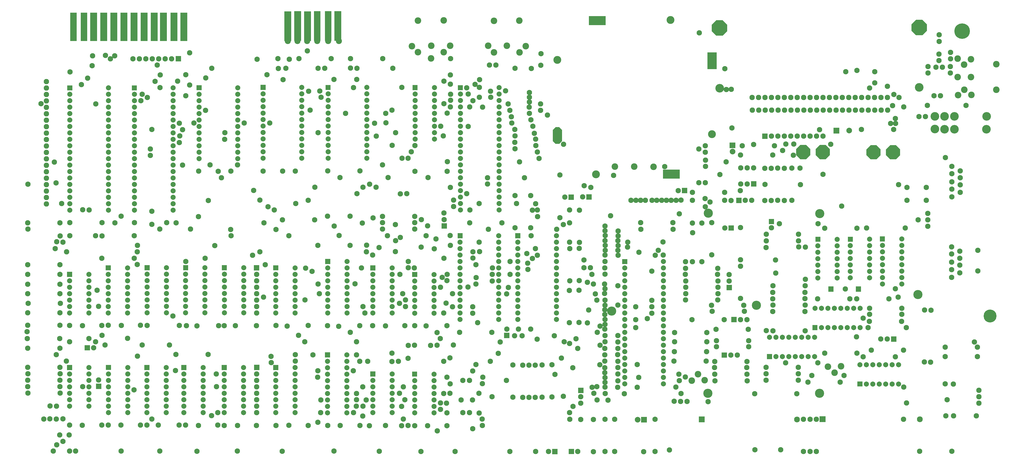
<source format=gbr>
%FSLAX34Y34*%
%MOMM*%
%LNSOLDERMASK_TOP*%
G71*
G01*
%ADD10C, 2.100*%
%ADD11C, 5.100*%
%ADD12C, 6.100*%
%ADD13C, 2.600*%
%ADD14C, 3.600*%
%ADD15C, 2.120*%
%ADD16C, 2.000*%
%ADD17C, 2.240*%
%ADD18C, 2.300*%
%ADD19C, 2.600*%
%ADD20C, 2.600*%
%ADD21C, 2.100*%
%ADD22R, 2.700X11.300*%
%ADD23R, 2.500X11.300*%
%ADD24R, 2.700X11.700*%
%ADD25R, 2.500X11.700*%
%ADD26C, 2.400*%
%ADD27C, 3.400*%
%ADD28C, 3.100*%
%LPD*%
X159550Y258050D02*
G54D10*
D03*
X172550Y282850D02*
G54D10*
D03*
X197050Y296550D02*
G54D10*
D03*
X184942Y321710D02*
G54D10*
D03*
X221850Y321450D02*
G54D10*
D03*
X121750Y384250D02*
G54D10*
D03*
X145950Y384950D02*
G54D10*
D03*
X171450Y384150D02*
G54D10*
D03*
X197550Y384950D02*
G54D10*
D03*
X172150Y434850D02*
G54D10*
D03*
X146150Y435750D02*
G54D10*
D03*
X426050Y360250D02*
G54D10*
D03*
X273550Y359550D02*
G54D10*
D03*
X223250Y257850D02*
G54D10*
D03*
X247650Y258450D02*
G54D10*
D03*
X426350Y258450D02*
G54D10*
D03*
X578750Y258450D02*
G54D10*
D03*
X171250Y638250D02*
G54D10*
D03*
X210650Y612850D02*
G54D10*
D03*
X56950Y701450D02*
G54D10*
D03*
X55850Y728650D02*
G54D10*
D03*
X184650Y702050D02*
G54D10*
D03*
X223350Y688950D02*
G54D10*
D03*
X300050Y701550D02*
G54D10*
D03*
X325620Y688759D02*
G54D10*
D03*
X363650Y676750D02*
G54D10*
D03*
X351050Y714550D02*
G54D10*
D03*
X491050Y632150D02*
G54D10*
D03*
X452450Y702250D02*
G54D10*
D03*
X509750Y676650D02*
G54D10*
D03*
X274350Y752450D02*
G54D10*
D03*
X427450Y753250D02*
G54D10*
D03*
X477650Y499050D02*
G54D10*
D03*
X547522Y384272D02*
G54D10*
D03*
X573250Y360250D02*
G54D10*
D03*
X731550Y358450D02*
G54D10*
D03*
X725550Y257550D02*
G54D10*
D03*
X884550Y257750D02*
G54D10*
D03*
X885350Y358950D02*
G54D10*
D03*
X783250Y397950D02*
G54D10*
D03*
X808150Y409850D02*
G54D10*
D03*
X1087650Y359550D02*
G54D10*
D03*
X1062050Y257150D02*
G54D10*
D03*
X1265650Y257750D02*
G54D10*
D03*
X1290350Y358550D02*
G54D10*
D03*
X1202550Y371450D02*
G54D10*
D03*
X1213650Y409450D02*
G54D10*
D03*
X1214250Y459950D02*
G54D10*
D03*
X1444150Y256950D02*
G54D10*
D03*
X1608750Y256250D02*
G54D10*
D03*
X1557550Y358750D02*
G54D10*
D03*
X1468750Y359050D02*
G54D10*
D03*
X1673287Y338112D02*
G54D10*
D03*
X1634550Y358150D02*
G54D10*
D03*
X1379550Y396450D02*
G54D10*
D03*
X1342450Y410050D02*
G54D10*
D03*
X1353950Y435150D02*
G54D10*
D03*
X1379850Y434950D02*
G54D10*
D03*
X1392650Y459850D02*
G54D10*
D03*
X1354850Y460850D02*
G54D10*
D03*
X1354638Y485214D02*
G54D10*
D03*
X1532350Y434150D02*
G54D10*
D03*
X1544850Y460350D02*
G54D10*
D03*
X1523850Y485550D02*
G54D10*
D03*
X1742950Y256050D02*
G54D10*
D03*
X1709750Y447250D02*
G54D10*
D03*
X1685450Y447950D02*
G54D10*
D03*
X1698150Y485250D02*
G54D10*
D03*
X1723050Y485550D02*
G54D10*
D03*
X1723498Y522929D02*
G54D10*
D03*
X1850950Y358650D02*
G54D10*
D03*
X1850050Y384550D02*
G54D10*
D03*
X1710850Y408850D02*
G54D10*
D03*
X1959350Y256250D02*
G54D10*
D03*
X2060450Y256050D02*
G54D10*
D03*
X617050Y676450D02*
G54D10*
D03*
X725631Y751456D02*
G54D10*
D03*
X630450Y790250D02*
G54D10*
D03*
X337850Y828450D02*
G54D10*
D03*
X332150Y892250D02*
G54D10*
D03*
X988350Y865550D02*
G54D10*
D03*
X1151640Y853758D02*
G54D10*
D03*
X1208446Y878815D02*
G54D10*
D03*
X1125750Y714250D02*
G54D10*
D03*
X1150650Y689350D02*
G54D10*
D03*
X1113750Y638150D02*
G54D10*
D03*
X1182782Y637213D02*
G54D10*
D03*
X1202045Y574350D02*
G54D10*
D03*
X1201309Y548950D02*
G54D10*
D03*
X1113050Y613050D02*
G54D10*
D03*
X1018050Y631550D02*
G54D10*
D03*
X1018350Y606650D02*
G54D10*
D03*
X801950Y561850D02*
G54D10*
D03*
X802250Y511850D02*
G54D10*
D03*
X640850Y575450D02*
G54D10*
D03*
X1080850Y751250D02*
G54D10*
D03*
X877350Y752150D02*
G54D10*
D03*
X1284150Y750450D02*
G54D10*
D03*
X1380450Y827650D02*
G54D10*
D03*
X1387750Y802250D02*
G54D10*
D03*
X1329726Y726527D02*
G54D10*
D03*
X1469050Y752050D02*
G54D10*
D03*
X1354350Y688950D02*
G54D10*
D03*
X1536792Y878936D02*
G54D10*
D03*
X1547650Y854050D02*
G54D10*
D03*
X1547850Y827950D02*
G54D10*
D03*
X1523950Y840950D02*
G54D10*
D03*
X1628662Y751867D02*
G54D10*
D03*
X1698150Y802850D02*
G54D10*
D03*
X1733350Y827350D02*
G54D10*
D03*
X1707550Y841350D02*
G54D10*
D03*
X1732850Y879050D02*
G54D10*
D03*
X1672350Y725850D02*
G54D10*
D03*
X1684950Y701450D02*
G54D10*
D03*
X1672150Y675350D02*
G54D10*
D03*
X1646850Y674650D02*
G54D10*
D03*
X1583550Y675250D02*
G54D10*
D03*
X1559050Y675050D02*
G54D10*
D03*
X1379650Y511250D02*
G54D10*
D03*
X1341850Y574350D02*
G54D10*
D03*
X1354650Y637750D02*
G54D10*
D03*
X1367550Y611850D02*
G54D10*
D03*
X1398650Y612150D02*
G54D10*
D03*
X1494650Y644050D02*
G54D10*
D03*
X1494750Y611550D02*
G54D10*
D03*
X1519450Y612250D02*
G54D10*
D03*
X1558150Y624250D02*
G54D10*
D03*
X1736750Y676450D02*
G54D10*
D03*
X1698750Y612150D02*
G54D10*
D03*
X1722850Y625150D02*
G54D10*
D03*
X1812550Y345850D02*
G54D10*
D03*
X1766750Y459750D02*
G54D10*
D03*
X1711250Y549450D02*
G54D10*
D03*
X1685350Y422150D02*
G54D10*
D03*
X1825450Y599221D02*
G54D10*
D03*
X1882250Y612050D02*
G54D10*
D03*
X1913150Y643650D02*
G54D10*
D03*
X1921450Y688350D02*
G54D10*
D03*
X1812550Y827150D02*
G54D10*
D03*
X1812650Y802050D02*
G54D10*
D03*
X1832550Y764750D02*
G54D10*
D03*
X1946350Y877950D02*
G54D10*
D03*
X2040950Y739050D02*
G54D10*
D03*
X1993050Y738650D02*
G54D10*
D03*
X1978050Y712650D02*
G54D10*
D03*
X1945650Y536350D02*
G54D10*
D03*
X1850744Y524038D02*
G54D10*
D03*
X1852156Y549025D02*
G54D10*
D03*
X1837650Y485450D02*
G54D10*
D03*
X1888550Y472550D02*
G54D10*
D03*
X2066850Y699250D02*
G54D10*
D03*
X2030350Y974250D02*
G54D10*
D03*
X2029550Y998750D02*
G54D10*
D03*
X2026150Y1037450D02*
G54D10*
D03*
X2048450Y1017950D02*
G54D10*
D03*
X2059950Y1056450D02*
G54D10*
D03*
X2067750Y1030650D02*
G54D10*
D03*
X2042850Y1107350D02*
G54D10*
D03*
X1953050Y903150D02*
G54D10*
D03*
X1959750Y955050D02*
G54D10*
D03*
X1959650Y1005950D02*
G54D10*
D03*
X1889383Y928912D02*
G54D10*
D03*
X1889750Y955150D02*
G54D10*
D03*
X1890550Y980350D02*
G54D10*
D03*
X1794350Y904850D02*
G54D10*
D03*
X1825773Y916622D02*
G54D10*
D03*
X1826250Y942150D02*
G54D10*
D03*
X1825550Y993150D02*
G54D10*
D03*
X1840150Y1044350D02*
G54D10*
D03*
X1838351Y1082036D02*
G54D10*
D03*
X1813650Y1044150D02*
G54D10*
D03*
X1813650Y1018950D02*
G54D10*
D03*
X1685750Y903850D02*
G54D10*
D03*
X1692450Y942750D02*
G54D10*
D03*
X1711950Y954750D02*
G54D10*
D03*
X1711350Y929950D02*
G54D10*
D03*
X1699004Y1018360D02*
G54D10*
D03*
X1724525Y1068813D02*
G54D10*
D03*
X1724250Y1108250D02*
G54D10*
D03*
X1667550Y1094750D02*
G54D10*
D03*
X1661337Y1055706D02*
G54D10*
D03*
X1609550Y1062750D02*
G54D10*
D03*
X1582550Y980450D02*
G54D10*
D03*
X1558550Y980850D02*
G54D10*
D03*
X1525750Y954850D02*
G54D10*
D03*
X1558450Y1005550D02*
G54D10*
D03*
X1508250Y1044550D02*
G54D10*
D03*
X1348350Y917550D02*
G54D10*
D03*
X1374360Y980157D02*
G54D10*
D03*
X1418350Y1031450D02*
G54D10*
D03*
X1393650Y1044150D02*
G54D10*
D03*
X1394250Y1069650D02*
G54D10*
D03*
X1443650Y1060850D02*
G54D10*
D03*
X1202902Y916816D02*
G54D10*
D03*
X1179350Y966850D02*
G54D10*
D03*
X1153650Y979350D02*
G54D10*
D03*
X1087950Y1107550D02*
G54D10*
D03*
X1285750Y1107950D02*
G54D10*
D03*
X1476450Y1107650D02*
G54D10*
D03*
X1508450Y1088050D02*
G54D10*
D03*
X1527071Y1100748D02*
G54D10*
D03*
X1628997Y1107615D02*
G54D10*
D03*
X1635050Y1146050D02*
G54D10*
D03*
X1610150Y1171150D02*
G54D10*
D03*
X1240750Y1184250D02*
G54D10*
D03*
X1266250Y1145350D02*
G54D10*
D03*
X1329550Y1184050D02*
G54D10*
D03*
X1377450Y1157350D02*
G54D10*
D03*
X1419650Y1177850D02*
G54D10*
D03*
X1114750Y1234550D02*
G54D10*
D03*
X1163850Y1247150D02*
G54D10*
D03*
X1190250Y1298350D02*
G54D10*
D03*
X1356150Y1273150D02*
G54D10*
D03*
X1380350Y1298550D02*
G54D10*
D03*
X1406450Y1310850D02*
G54D10*
D03*
X1431650Y1298450D02*
G54D10*
D03*
X1479150Y1337050D02*
G54D10*
D03*
X1636450Y1336850D02*
G54D10*
D03*
X1552950Y1273150D02*
G54D10*
D03*
X1527250Y1272550D02*
G54D10*
D03*
X1724484Y1298115D02*
G54D10*
D03*
X1737450Y1247850D02*
G54D10*
D03*
X1737750Y1222050D02*
G54D10*
D03*
X1456750Y1386450D02*
G54D10*
D03*
X1289150Y1336950D02*
G54D10*
D03*
X945293Y1030326D02*
G54D10*
D03*
X994850Y992650D02*
G54D10*
D03*
X973568Y1043743D02*
G54D10*
D03*
X796088Y1068443D02*
G54D10*
D03*
X758175Y1018032D02*
G54D10*
D03*
X681463Y1005631D02*
G54D10*
D03*
X859850Y1106950D02*
G54D10*
D03*
X858750Y1131750D02*
G54D10*
D03*
X700050Y1133350D02*
G54D10*
D03*
X1037588Y1132150D02*
G54D10*
D03*
X989857Y1158225D02*
G54D10*
D03*
X1030450Y1209050D02*
G54D10*
D03*
X1005550Y1221850D02*
G54D10*
D03*
X973950Y1248150D02*
G54D10*
D03*
X949150Y1285750D02*
G54D10*
D03*
X770350Y1246450D02*
G54D10*
D03*
X731850Y1182950D02*
G54D10*
D03*
X643192Y1157876D02*
G54D10*
D03*
X579350Y1133950D02*
G54D10*
D03*
X547850Y1152450D02*
G54D10*
D03*
X547750Y1203450D02*
G54D10*
D03*
X478405Y1107319D02*
G54D10*
D03*
X426750Y1184350D02*
G54D10*
D03*
X402297Y1157835D02*
G54D10*
D03*
X490750Y1069625D02*
G54D10*
D03*
X490137Y1043913D02*
G54D10*
D03*
X478274Y1018700D02*
G54D10*
D03*
X490150Y994150D02*
G54D10*
D03*
X350626Y1018425D02*
G54D10*
D03*
X211650Y1044050D02*
G54D10*
D03*
X166750Y1056450D02*
G54D10*
D03*
X172450Y1083450D02*
G54D10*
D03*
X185906Y1106888D02*
G54D10*
D03*
X197636Y1081623D02*
G54D10*
D03*
X224088Y1107013D02*
G54D10*
D03*
X326275Y1107107D02*
G54D10*
D03*
X351382Y1106688D02*
G54D10*
D03*
X59450Y1133450D02*
G54D10*
D03*
X59145Y1310493D02*
G54D10*
D03*
X192092Y1234735D02*
G54D10*
D03*
X170113Y1315544D02*
G54D10*
D03*
X163644Y1397955D02*
G54D10*
D03*
X111350Y1627750D02*
G54D10*
D03*
X326862Y1627338D02*
G54D10*
D03*
X269750Y1703250D02*
G54D10*
D03*
X225350Y1753750D02*
G54D10*
D03*
X295031Y1728538D02*
G54D10*
D03*
X312806Y1778219D02*
G54D10*
D03*
X314150Y1817150D02*
G54D10*
D03*
X364850Y1818650D02*
G54D10*
D03*
X384350Y1805350D02*
G54D10*
D03*
X401602Y1817176D02*
G54D10*
D03*
X275245Y1209382D02*
G54D10*
D03*
X300792Y1209335D02*
G54D10*
D03*
X509750Y1665458D02*
G54D10*
D03*
X529670Y1652261D02*
G54D10*
D03*
X504306Y1639938D02*
G54D10*
D03*
X547956Y1526745D02*
G54D10*
D03*
X541903Y1449527D02*
G54D10*
D03*
X541551Y1423974D02*
G54D10*
D03*
X569050Y1780150D02*
G54D10*
D03*
X580650Y1741850D02*
G54D10*
D03*
X560508Y1715997D02*
G54D10*
D03*
X649350Y1716650D02*
G54D10*
D03*
X579650Y1691850D02*
G54D10*
D03*
X681650Y1742050D02*
G54D10*
D03*
X784250Y1767750D02*
G54D10*
D03*
X760650Y1729250D02*
G54D10*
D03*
X681221Y1659198D02*
G54D10*
D03*
X759750Y1602050D02*
G54D10*
D03*
X713794Y1551445D02*
G54D10*
D03*
X656251Y1551307D02*
G54D10*
D03*
X668886Y1525397D02*
G54D10*
D03*
X657750Y1500950D02*
G54D10*
D03*
X656208Y1474934D02*
G54D10*
D03*
X668510Y1385902D02*
G54D10*
D03*
X835550Y1513550D02*
G54D10*
D03*
X834698Y1487640D02*
G54D10*
D03*
X1045150Y1806050D02*
G54D10*
D03*
X1160750Y1836150D02*
G54D10*
D03*
X1046350Y1766950D02*
G54D10*
D03*
X1001950Y1741950D02*
G54D10*
D03*
X1064750Y1722750D02*
G54D10*
D03*
X1266050Y1723450D02*
G54D10*
D03*
X1331250Y1768350D02*
G54D10*
D03*
X911650Y1551550D02*
G54D10*
D03*
X1012450Y1551550D02*
G54D10*
D03*
X1209662Y1678125D02*
G54D10*
D03*
X1165550Y1677450D02*
G54D10*
D03*
X1215362Y1653119D02*
G54D10*
D03*
X1171450Y1602350D02*
G54D10*
D03*
X1203348Y1513470D02*
G54D10*
D03*
X1355350Y1723550D02*
G54D10*
D03*
X1343050Y1691850D02*
G54D10*
D03*
X1497750Y1767550D02*
G54D10*
D03*
X1533150Y1691950D02*
G54D10*
D03*
X1494250Y1602550D02*
G54D10*
D03*
X1469550Y1589550D02*
G54D10*
D03*
X1425668Y1550614D02*
G54D10*
D03*
X1470450Y1552450D02*
G54D10*
D03*
X1432669Y1500219D02*
G54D10*
D03*
X1508632Y1513351D02*
G54D10*
D03*
X1495250Y1463350D02*
G54D10*
D03*
X1584650Y1463250D02*
G54D10*
D03*
X1570650Y1438150D02*
G54D10*
D03*
X1557850Y1413050D02*
G54D10*
D03*
X1534050Y1412550D02*
G54D10*
D03*
X1713050Y1399650D02*
G54D10*
D03*
X1696550Y1501350D02*
G54D10*
D03*
X1686750Y1539350D02*
G54D10*
D03*
X1711650Y1590450D02*
G54D10*
D03*
X1699650Y1628150D02*
G54D10*
D03*
X1724750Y1615450D02*
G54D10*
D03*
X1725550Y1641150D02*
G54D10*
D03*
X1725688Y1665664D02*
G54D10*
D03*
X1724550Y1704950D02*
G54D10*
D03*
X1699150Y1716650D02*
G54D10*
D03*
X1724912Y1741501D02*
G54D10*
D03*
X2043750Y1766850D02*
G54D10*
D03*
X2081150Y1779650D02*
G54D10*
D03*
X2082150Y1825050D02*
G54D10*
D03*
X1979950Y1767850D02*
G54D10*
D03*
X1904150Y1780250D02*
G54D10*
D03*
X1878750Y1780250D02*
G54D10*
D03*
X2107250Y1583050D02*
G54D10*
D03*
X2080550Y1627250D02*
G54D10*
D03*
X2079950Y1601550D02*
G54D10*
D03*
X1942250Y1678850D02*
G54D10*
D03*
X2036150Y1671950D02*
G54D10*
D03*
X2036350Y1653050D02*
G54D10*
D03*
X2035950Y1634450D02*
G54D10*
D03*
X2035250Y1614650D02*
G54D10*
D03*
X2036450Y1589950D02*
G54D10*
D03*
X2042350Y1564750D02*
G54D10*
D03*
X2049650Y1538850D02*
G54D10*
D03*
X2055350Y1511150D02*
G54D10*
D03*
X2060850Y1487950D02*
G54D10*
D03*
X2061550Y1463250D02*
G54D10*
D03*
X2067550Y1437750D02*
G54D10*
D03*
X2074089Y1412214D02*
G54D10*
D03*
X1997450Y1398750D02*
G54D10*
D03*
X1979450Y1450350D02*
G54D10*
D03*
X1978850Y1475650D02*
G54D10*
D03*
X1979450Y1501350D02*
G54D10*
D03*
X1978529Y1526128D02*
G54D10*
D03*
X1967050Y1551550D02*
G54D10*
D03*
X1965187Y1576294D02*
G54D10*
D03*
X1959114Y1601674D02*
G54D10*
D03*
X1952713Y1627559D02*
G54D10*
D03*
X1725250Y1805550D02*
G54D10*
D03*
X1839050Y1691950D02*
G54D10*
D03*
X1883240Y1677495D02*
G54D10*
D03*
X1884150Y1653350D02*
G54D10*
D03*
X1839350Y1653550D02*
G54D10*
D03*
X1813684Y1639876D02*
G54D10*
D03*
X1795250Y1666350D02*
G54D10*
D03*
X1851650Y1614350D02*
G54D10*
D03*
X1801250Y1615350D02*
G54D10*
D03*
X1795350Y1538050D02*
G54D10*
D03*
X2017150Y1335550D02*
G54D10*
D03*
X1871150Y1336050D02*
G54D10*
D03*
X1870750Y1311150D02*
G54D10*
D03*
X1838250Y1234550D02*
G54D10*
D03*
X1801750Y1208850D02*
G54D10*
D03*
X1788850Y1273050D02*
G54D10*
D03*
X1699150Y1196950D02*
G54D10*
D03*
X1874250Y1132650D02*
G54D10*
D03*
X2061050Y1233620D02*
G54D10*
D03*
X2067950Y1208550D02*
G54D10*
D03*
X2068450Y1182850D02*
G54D10*
D03*
X2143650Y1132750D02*
G54D10*
D03*
X2047850Y1208450D02*
G54D10*
D03*
X275150Y512050D02*
G54D10*
D03*
X822350Y1335950D02*
G54D10*
D03*
X809750Y1361450D02*
G54D10*
D03*
X777250Y1386950D02*
G54D10*
D03*
X885850Y1386550D02*
G54D10*
D03*
X2436950Y1247150D02*
G54D10*
D03*
X2455950Y1246850D02*
G54D10*
D03*
X2474950Y1247150D02*
G54D10*
D03*
X2493850Y1247150D02*
G54D10*
D03*
X2519550Y1247150D02*
G54D10*
D03*
X2538650Y1247150D02*
G54D10*
D03*
X2557550Y1247150D02*
G54D10*
D03*
X2576650Y1246850D02*
G54D10*
D03*
X2595450Y1246850D02*
G54D10*
D03*
X2614650Y1246750D02*
G54D10*
D03*
X2633750Y1247550D02*
G54D10*
D03*
X2729750Y1221650D02*
G54D10*
D03*
X2748450Y1240350D02*
G54D10*
D03*
X2728850Y1253850D02*
G54D10*
D03*
X2729750Y1316650D02*
G54D10*
D03*
X2703950Y1316250D02*
G54D10*
D03*
X2834750Y1532250D02*
G54D10*
D03*
X2920450Y1467550D02*
G54D10*
D03*
X3193550Y1349450D02*
G54D10*
D03*
X3076650Y1425050D02*
G54D10*
D03*
X3034550Y1443450D02*
G54D10*
D03*
X3047016Y1468815D02*
G54D10*
D03*
X3078650Y1469150D02*
G54D10*
D03*
X3103350Y1373850D02*
G54D10*
D03*
X3267350Y1224350D02*
G54D10*
D03*
X3180032Y1525347D02*
G54D10*
D03*
X2964750Y1310050D02*
G54D10*
D03*
X2867950Y1284750D02*
G54D10*
D03*
X2831450Y1246450D02*
G54D10*
D03*
X3478706Y1569559D02*
G54D10*
D03*
X3460476Y1550330D02*
G54D10*
D03*
X3479658Y1549854D02*
G54D10*
D03*
X3283750Y1754550D02*
G54D10*
D03*
X2806850Y1766450D02*
G54D10*
D03*
X2813050Y1683550D02*
G54D10*
D03*
X2832450Y1684750D02*
G54D10*
D03*
X3327450Y1759250D02*
G54D10*
D03*
X3397450Y1754350D02*
G54D10*
D03*
X3377241Y1689443D02*
G54D10*
D03*
X3397850Y1709750D02*
G54D10*
D03*
X3447250Y1696250D02*
G54D10*
D03*
X3472950Y1664850D02*
G54D10*
D03*
X3493350Y1652850D02*
G54D10*
D03*
X3467750Y1620650D02*
G54D10*
D03*
X3511850Y1614950D02*
G54D10*
D03*
X2278250Y1297550D02*
G54D10*
D03*
X2252462Y1304503D02*
G54D10*
D03*
X2156818Y1178072D02*
G54D10*
D03*
X2170050Y1151350D02*
G54D10*
D03*
X2194750Y1158350D02*
G54D10*
D03*
X2251450Y981350D02*
G54D10*
D03*
X2250950Y1011750D02*
G54D10*
D03*
X2334150Y955650D02*
G54D10*
D03*
X2276950Y980850D02*
G54D10*
D03*
X2264450Y923450D02*
G54D10*
D03*
X2288750Y917150D02*
G54D10*
D03*
X2302950Y459750D02*
G54D10*
D03*
X2295950Y878250D02*
G54D10*
D03*
X2270250Y814750D02*
G54D10*
D03*
X2264450Y763750D02*
G54D10*
D03*
X2303750Y726450D02*
G54D10*
D03*
X2226950Y662750D02*
G54D10*
D03*
X2194450Y681950D02*
G54D10*
D03*
X2173386Y689191D02*
G54D10*
D03*
X2220250Y701050D02*
G54D10*
D03*
X2162150Y624750D02*
G54D10*
D03*
X2207450Y586250D02*
G54D10*
D03*
X2169618Y474095D02*
G54D10*
D03*
X2315150Y751150D02*
G54D10*
D03*
X2314950Y675350D02*
G54D10*
D03*
X2314150Y598250D02*
G54D10*
D03*
X2302421Y512256D02*
G54D10*
D03*
X2346350Y458450D02*
G54D10*
D03*
X2283350Y509350D02*
G54D10*
D03*
X2290550Y485550D02*
G54D10*
D03*
X2207850Y433950D02*
G54D10*
D03*
X2195050Y383650D02*
G54D10*
D03*
X2194350Y409350D02*
G54D10*
D03*
X2238250Y382550D02*
G54D10*
D03*
X2486550Y255950D02*
G54D10*
D03*
X2588471Y262532D02*
G54D10*
D03*
X2334950Y485350D02*
G54D10*
D03*
X2925450Y263250D02*
G54D10*
D03*
X3026450Y263450D02*
G54D10*
D03*
X2740650Y453050D02*
G54D10*
D03*
X3523350Y447550D02*
G54D10*
D03*
X3510821Y383507D02*
G54D10*
D03*
X3797850Y396650D02*
G54D10*
D03*
X3708450Y397350D02*
G54D10*
D03*
X3677550Y397150D02*
G54D10*
D03*
X3682850Y460650D02*
G54D10*
D03*
X3707950Y522550D02*
G54D10*
D03*
X3675550Y523450D02*
G54D10*
D03*
X3617750Y608350D02*
G54D10*
D03*
X3593450Y609850D02*
G54D10*
D03*
X3619250Y813950D02*
G54D10*
D03*
X3593950Y814650D02*
G54D10*
D03*
X3851960Y790499D02*
G54D11*
D03*
X3790950Y688050D02*
G54D10*
D03*
X2333850Y612450D02*
G54D10*
D03*
X1813038Y574344D02*
G54D10*
D03*
X2333750Y739044D02*
G54D10*
D03*
X3676000Y1415200D02*
G54D10*
D03*
X1811944Y459938D02*
G54D10*
D03*
X2333450Y586500D02*
G54D10*
D03*
X2333850Y567438D02*
G54D10*
D03*
X2334150Y548087D02*
G54D10*
D03*
X2334450Y529338D02*
G54D10*
D03*
X2334150Y510838D02*
G54D10*
D03*
X2137308Y560384D02*
G54D10*
D03*
X2334150Y688756D02*
G54D10*
D03*
X2333850Y663056D02*
G54D10*
D03*
X2333550Y637356D02*
G54D10*
D03*
X1507950Y1151750D02*
G54D10*
D03*
X1311750Y1590050D02*
G54D10*
D03*
X1063750Y1362550D02*
G54D10*
D03*
X3224450Y1468350D02*
G54D10*
D03*
X3803850Y1049450D02*
G54D10*
D03*
X3803750Y968850D02*
G54D10*
D03*
X3741892Y1914034D02*
G54D12*
D03*
X2282250Y955150D02*
G54D10*
D03*
X2334150Y1145650D02*
G54D10*
D03*
X2334240Y1126450D02*
G54D10*
D03*
X2335050Y1107850D02*
G54D10*
D03*
X2334450Y1087750D02*
G54D10*
D03*
X2334750Y1068950D02*
G54D10*
D03*
X2334750Y1050050D02*
G54D10*
D03*
X2334350Y1031250D02*
G54D10*
D03*
X2334350Y1005850D02*
G54D10*
D03*
X2333550Y980450D02*
G54D10*
D03*
X2302150Y853650D02*
G54D10*
D03*
X2332950Y916850D02*
G54D10*
D03*
X2333950Y897950D02*
G54D10*
D03*
X2332950Y879550D02*
G54D10*
D03*
X2334250Y853650D02*
G54D10*
D03*
X2333950Y833150D02*
G54D10*
D03*
X2333550Y815350D02*
G54D10*
D03*
X2333750Y796750D02*
G54D10*
D03*
X2333950Y777050D02*
G54D10*
D03*
X2334150Y758050D02*
G54D10*
D03*
X2334250Y713950D02*
G54D10*
D03*
X2730050Y1462250D02*
G54D10*
D03*
X2704050Y1449650D02*
G54D10*
D03*
X2705550Y1907350D02*
G54D10*
D03*
X1985681Y1234666D02*
G54D10*
D03*
X1788780Y1690938D02*
G54D10*
D03*
X1839850Y1722450D02*
G54D10*
D03*
X1821650Y1704450D02*
G54D10*
D03*
X1837850Y407750D02*
G54D10*
D03*
X2355950Y1185650D02*
G54D10*
D03*
X2627650Y1193650D02*
G54D10*
D03*
X3568550Y1170050D02*
G54D10*
D03*
X3090050Y483950D02*
G54D10*
D03*
X2924650Y483950D02*
G54D10*
D03*
X2633950Y484750D02*
G54D10*
D03*
X2410350Y484350D02*
G54D10*
D03*
X2679750Y1119450D02*
G54D10*
D03*
X2386050Y1126250D02*
G54D10*
D03*
X2386050Y1106450D02*
G54D10*
D03*
X2385050Y1087550D02*
G54D10*
D03*
X2385550Y1068750D02*
G54D10*
D03*
X2385050Y1049450D02*
G54D10*
D03*
X2385550Y1030150D02*
G54D10*
D03*
X2423650Y1081750D02*
G54D10*
D03*
X2423250Y1062450D02*
G54D10*
D03*
X2467650Y1042150D02*
G54D10*
D03*
X2543950Y1049450D02*
G54D10*
D03*
X2532350Y1030150D02*
G54D10*
D03*
X2651750Y1004950D02*
G54D10*
D03*
X2518850Y967450D02*
G54D10*
D03*
X2385150Y910250D02*
G54D10*
D03*
X2385150Y833750D02*
G54D10*
D03*
X2455450Y827450D02*
G54D10*
D03*
X2455150Y776550D02*
G54D10*
D03*
X2455150Y744550D02*
G54D10*
D03*
X2385450Y713450D02*
G54D10*
D03*
X2518550Y852850D02*
G54D10*
D03*
X2519150Y827450D02*
G54D10*
D03*
X2518850Y801950D02*
G54D10*
D03*
X2500850Y780250D02*
G54D10*
D03*
X2385450Y687950D02*
G54D10*
D03*
X2385150Y662550D02*
G54D10*
D03*
X2384244Y638221D02*
G54D10*
D03*
X2385450Y611750D02*
G54D10*
D03*
X2385234Y587801D02*
G54D10*
D03*
X2461450Y599150D02*
G54D10*
D03*
X2385089Y562424D02*
G54D10*
D03*
X2384850Y535150D02*
G54D10*
D03*
X2384550Y509950D02*
G54D10*
D03*
X2467150Y548550D02*
G54D10*
D03*
X2461150Y509750D02*
G54D10*
D03*
X2625950Y561150D02*
G54D10*
D03*
X2651240Y549890D02*
G54D10*
D03*
X2627150Y535450D02*
G54D10*
D03*
X2613950Y510250D02*
G54D10*
D03*
X3098050Y1063450D02*
G54D10*
D03*
X2969550Y1061050D02*
G54D10*
D03*
X3122250Y883750D02*
G54D10*
D03*
X2995650Y883750D02*
G54D10*
D03*
X2995150Y858650D02*
G54D10*
D03*
X3122250Y859050D02*
G54D10*
D03*
X2970150Y733150D02*
G54D10*
D03*
X3511650Y510250D02*
G54D10*
D03*
X3325521Y708950D02*
G54D10*
D03*
X3490350Y864850D02*
G54D10*
D03*
X3478826Y898597D02*
G54D10*
D03*
X3281550Y897550D02*
G54D10*
D03*
G36*
X3214450Y907550D02*
X3235450Y907550D01*
X3235450Y886550D01*
X3214450Y886550D01*
X3214450Y907550D01*
G37*
G36*
X3322850Y907350D02*
X3343850Y907350D01*
X3343850Y886350D01*
X3322850Y886350D01*
X3322850Y907350D01*
G37*
X2373150Y1379750D02*
G54D13*
D03*
X2449150Y1379750D02*
G54D13*
D03*
X2525950Y1379350D02*
G54D13*
D03*
X2569850Y1379750D02*
G54D10*
D03*
X2367750Y1345150D02*
G54D10*
D03*
X2156350Y1347250D02*
G54D10*
D03*
X2811950Y1398450D02*
G54D10*
D03*
X2786950Y1348450D02*
G54D10*
D03*
X3351754Y782257D02*
G54D10*
D03*
X3179896Y485891D02*
G54D14*
D03*
X3568168Y875010D02*
G54D14*
D03*
X3180538Y1194424D02*
G54D14*
D03*
X2741767Y1195924D02*
G54D14*
D03*
X2360638Y810024D02*
G54D14*
D03*
X2739944Y485775D02*
G54D14*
D03*
X2930938Y833224D02*
G54D14*
D03*
X59500Y563250D02*
G54D10*
D03*
X186500Y563250D02*
G54D10*
D03*
X58375Y537175D02*
G54D10*
D03*
X185375Y537175D02*
G54D10*
D03*
X58300Y512075D02*
G54D10*
D03*
X185300Y512075D02*
G54D10*
D03*
X59275Y486550D02*
G54D10*
D03*
X186275Y486550D02*
G54D10*
D03*
X58100Y588450D02*
G54D10*
D03*
X185100Y588450D02*
G54D10*
D03*
X2875375Y1462300D02*
G54D10*
D03*
X3002375Y1462300D02*
G54D10*
D03*
X2868750Y1425250D02*
G54D10*
D03*
X2995750Y1425250D02*
G54D10*
D03*
X1539350Y510850D02*
G54D10*
D03*
X1539350Y383850D02*
G54D10*
D03*
X2288450Y383000D02*
G54D10*
D03*
X2288450Y256000D02*
G54D10*
D03*
X2334175Y383125D02*
G54D10*
D03*
X2334175Y256125D02*
G54D10*
D03*
X2372100Y383250D02*
G54D10*
D03*
X2372100Y256250D02*
G54D10*
D03*
X2531200Y383625D02*
G54D10*
D03*
X2531200Y256625D02*
G54D10*
D03*
G36*
X2249219Y507919D02*
X2249219Y486919D01*
X2228219Y486919D01*
X2228219Y507919D01*
X2249219Y507919D01*
G37*
X2238719Y472019D02*
G54D10*
D03*
X2238719Y446619D02*
G54D10*
D03*
X2657750Y454050D02*
G54D10*
D03*
X2632550Y454050D02*
G54D10*
D03*
X2606950Y454450D02*
G54D10*
D03*
X3116672Y383808D02*
G54D10*
D03*
X3116672Y256808D02*
G54D10*
D03*
X3143130Y383508D02*
G54D10*
D03*
X3143130Y256508D02*
G54D10*
D03*
X3167630Y256147D02*
G54D10*
D03*
X3167630Y383147D02*
G54D10*
D03*
X3701950Y256850D02*
G54D10*
D03*
X3574950Y256850D02*
G54D10*
D03*
X3808250Y497850D02*
G54D15*
D03*
X3808250Y472450D02*
G54D15*
D03*
X3808250Y447050D02*
G54D15*
D03*
X3802535Y667986D02*
G54D10*
D03*
X3675535Y667986D02*
G54D10*
D03*
X3802450Y630550D02*
G54D10*
D03*
X3675450Y630550D02*
G54D10*
D03*
X3606571Y1144772D02*
G54D10*
D03*
X3606571Y1169972D02*
G54D10*
D03*
X3606971Y1195572D02*
G54D10*
D03*
X3472550Y1526750D02*
G54D10*
D03*
X3345550Y1526750D02*
G54D10*
D03*
G36*
X2931050Y1301050D02*
X2910050Y1301050D01*
X2910050Y1322050D01*
X2931050Y1322050D01*
X2931050Y1301050D01*
G37*
X2895150Y1311550D02*
G54D10*
D03*
X2869750Y1311550D02*
G54D10*
D03*
X3015350Y1247050D02*
G54D10*
D03*
X3015350Y1374050D02*
G54D10*
D03*
G36*
X2851550Y1257250D02*
X2872550Y1257250D01*
X2872550Y1236250D01*
X2851550Y1236250D01*
X2851550Y1257250D01*
G37*
X2887450Y1246750D02*
G54D10*
D03*
X2912850Y1246750D02*
G54D10*
D03*
X2678850Y1278450D02*
G54D10*
D03*
X2805850Y1278450D02*
G54D10*
D03*
X2679154Y1247081D02*
G54D10*
D03*
X2806154Y1247081D02*
G54D10*
D03*
X1062850Y1170350D02*
G54D10*
D03*
X1189850Y1170350D02*
G54D10*
D03*
X1979194Y1138740D02*
G54D10*
D03*
X1979194Y1265741D02*
G54D10*
D03*
X2041697Y1139037D02*
G54D10*
D03*
X2041697Y1266038D02*
G54D10*
D03*
X2869450Y1374650D02*
G54D10*
D03*
X2894850Y1374650D02*
G54D10*
D03*
X2920250Y1374650D02*
G54D10*
D03*
G36*
X662950Y1794745D02*
X641950Y1794745D01*
X641950Y1815745D01*
X662950Y1815745D01*
X662950Y1794745D01*
G37*
X473650Y1805250D02*
G54D10*
D03*
X499050Y1805250D02*
G54D10*
D03*
X524450Y1805250D02*
G54D10*
D03*
X549850Y1805250D02*
G54D10*
D03*
X575250Y1805250D02*
G54D10*
D03*
X600650Y1805250D02*
G54D10*
D03*
X626050Y1805250D02*
G54D10*
D03*
G36*
X971374Y991560D02*
X971374Y970560D01*
X950374Y970560D01*
X950374Y991560D01*
X971374Y991560D01*
G37*
X960868Y802260D02*
G54D10*
D03*
X960868Y827660D02*
G54D10*
D03*
X960868Y853060D02*
G54D10*
D03*
X960868Y878460D02*
G54D10*
D03*
X960868Y903860D02*
G54D10*
D03*
X960868Y929260D02*
G54D10*
D03*
X960868Y954660D02*
G54D10*
D03*
G36*
X971850Y598550D02*
X971850Y577550D01*
X950850Y577550D01*
X950850Y598550D01*
X971850Y598550D01*
G37*
X961345Y409250D02*
G54D10*
D03*
X961345Y434650D02*
G54D10*
D03*
X961345Y460050D02*
G54D10*
D03*
X961345Y485450D02*
G54D10*
D03*
X961345Y510850D02*
G54D10*
D03*
X961345Y536250D02*
G54D10*
D03*
X961345Y561650D02*
G54D10*
D03*
G36*
X234250Y1700350D02*
X234250Y1680350D01*
X214250Y1680350D01*
X214250Y1700350D01*
X234250Y1700350D01*
G37*
X224250Y1664950D02*
G54D16*
D03*
X224250Y1639550D02*
G54D16*
D03*
X224250Y1614150D02*
G54D16*
D03*
X224250Y1588750D02*
G54D16*
D03*
X224250Y1563350D02*
G54D16*
D03*
X224250Y1537950D02*
G54D16*
D03*
X224250Y1512550D02*
G54D16*
D03*
X224250Y1487150D02*
G54D16*
D03*
X224250Y1461750D02*
G54D16*
D03*
X224250Y1436350D02*
G54D16*
D03*
X224250Y1410950D02*
G54D16*
D03*
X224250Y1385550D02*
G54D16*
D03*
X224250Y1360150D02*
G54D16*
D03*
X224250Y1334750D02*
G54D16*
D03*
X224250Y1309350D02*
G54D16*
D03*
X224250Y1283950D02*
G54D16*
D03*
X224250Y1258550D02*
G54D16*
D03*
X224250Y1233150D02*
G54D16*
D03*
X224250Y1207750D02*
G54D16*
D03*
X376650Y1207750D02*
G54D16*
D03*
X376650Y1233150D02*
G54D16*
D03*
X376650Y1258550D02*
G54D16*
D03*
X376650Y1283950D02*
G54D16*
D03*
X376650Y1309350D02*
G54D16*
D03*
X376650Y1334750D02*
G54D16*
D03*
X376650Y1360150D02*
G54D16*
D03*
X376650Y1385550D02*
G54D16*
D03*
X376650Y1410950D02*
G54D16*
D03*
X376650Y1436350D02*
G54D16*
D03*
X376650Y1461750D02*
G54D16*
D03*
X376650Y1487150D02*
G54D16*
D03*
X376650Y1512550D02*
G54D16*
D03*
X376650Y1537950D02*
G54D16*
D03*
X376650Y1563350D02*
G54D16*
D03*
X376650Y1588750D02*
G54D16*
D03*
X376650Y1614150D02*
G54D16*
D03*
X376650Y1639550D02*
G54D16*
D03*
X376650Y1664950D02*
G54D16*
D03*
X376650Y1690350D02*
G54D16*
D03*
G36*
X488950Y1700350D02*
X488950Y1680350D01*
X468950Y1680350D01*
X468950Y1700350D01*
X488950Y1700350D01*
G37*
X478950Y1664950D02*
G54D16*
D03*
X478950Y1639550D02*
G54D16*
D03*
X478950Y1614150D02*
G54D16*
D03*
X478950Y1588750D02*
G54D16*
D03*
X478950Y1563350D02*
G54D16*
D03*
X478950Y1537950D02*
G54D16*
D03*
X478950Y1512550D02*
G54D16*
D03*
X478950Y1487150D02*
G54D16*
D03*
X478950Y1461750D02*
G54D16*
D03*
X478950Y1436350D02*
G54D16*
D03*
X478950Y1410950D02*
G54D16*
D03*
X478950Y1385550D02*
G54D16*
D03*
X478950Y1360150D02*
G54D16*
D03*
X478950Y1334750D02*
G54D16*
D03*
X478950Y1309350D02*
G54D16*
D03*
X478950Y1283950D02*
G54D16*
D03*
X478950Y1258550D02*
G54D16*
D03*
X478950Y1233150D02*
G54D16*
D03*
X478950Y1207750D02*
G54D16*
D03*
X631350Y1207750D02*
G54D16*
D03*
X631350Y1233150D02*
G54D16*
D03*
X631350Y1258550D02*
G54D16*
D03*
X631350Y1283950D02*
G54D16*
D03*
X631350Y1309350D02*
G54D16*
D03*
X631350Y1334750D02*
G54D16*
D03*
X631350Y1360150D02*
G54D16*
D03*
X631350Y1385550D02*
G54D16*
D03*
X631350Y1410950D02*
G54D16*
D03*
X631350Y1436350D02*
G54D16*
D03*
X631350Y1461750D02*
G54D16*
D03*
X631350Y1487150D02*
G54D16*
D03*
X631350Y1512550D02*
G54D16*
D03*
X631350Y1537950D02*
G54D16*
D03*
X631350Y1563350D02*
G54D16*
D03*
X631350Y1588750D02*
G54D16*
D03*
X631350Y1614150D02*
G54D16*
D03*
X631350Y1639550D02*
G54D16*
D03*
X631350Y1664950D02*
G54D16*
D03*
X631350Y1690350D02*
G54D16*
D03*
G36*
X743950Y1701050D02*
X743950Y1681050D01*
X723950Y1681050D01*
X723950Y1701050D01*
X743950Y1701050D01*
G37*
X733950Y1665650D02*
G54D16*
D03*
X733950Y1640250D02*
G54D16*
D03*
X733950Y1614850D02*
G54D16*
D03*
X733950Y1589450D02*
G54D16*
D03*
X733950Y1564050D02*
G54D16*
D03*
X733950Y1538650D02*
G54D16*
D03*
X733950Y1513250D02*
G54D16*
D03*
X733950Y1487850D02*
G54D16*
D03*
X733950Y1462450D02*
G54D16*
D03*
X733950Y1437050D02*
G54D16*
D03*
X733950Y1411650D02*
G54D16*
D03*
X886350Y1411650D02*
G54D16*
D03*
X886350Y1437050D02*
G54D16*
D03*
X886350Y1462450D02*
G54D16*
D03*
X886350Y1487850D02*
G54D16*
D03*
X886350Y1513250D02*
G54D16*
D03*
X886350Y1538650D02*
G54D16*
D03*
X886350Y1564050D02*
G54D16*
D03*
X886350Y1589450D02*
G54D16*
D03*
X886350Y1614850D02*
G54D16*
D03*
X886350Y1640250D02*
G54D16*
D03*
X886350Y1665650D02*
G54D16*
D03*
X886350Y1691050D02*
G54D16*
D03*
G36*
X996350Y1702150D02*
X996350Y1682150D01*
X976350Y1682150D01*
X976350Y1702150D01*
X996350Y1702150D01*
G37*
X986350Y1666750D02*
G54D16*
D03*
X986350Y1641350D02*
G54D16*
D03*
X986350Y1615950D02*
G54D16*
D03*
X986350Y1590550D02*
G54D16*
D03*
X986350Y1565150D02*
G54D16*
D03*
X986350Y1539750D02*
G54D16*
D03*
X986350Y1514350D02*
G54D16*
D03*
X986350Y1488950D02*
G54D16*
D03*
X986350Y1463550D02*
G54D16*
D03*
X986350Y1438150D02*
G54D16*
D03*
X986350Y1412750D02*
G54D16*
D03*
X1138750Y1412750D02*
G54D16*
D03*
X1138750Y1438150D02*
G54D16*
D03*
X1138750Y1463550D02*
G54D16*
D03*
X1138750Y1488950D02*
G54D16*
D03*
X1138750Y1514350D02*
G54D16*
D03*
X1138750Y1539750D02*
G54D16*
D03*
X1138750Y1565150D02*
G54D16*
D03*
X1138750Y1590550D02*
G54D16*
D03*
X1138750Y1615950D02*
G54D16*
D03*
X1138750Y1641350D02*
G54D16*
D03*
X1138750Y1666750D02*
G54D16*
D03*
X1138750Y1692150D02*
G54D16*
D03*
G36*
X1252550Y1701950D02*
X1252550Y1681950D01*
X1232550Y1681950D01*
X1232550Y1701950D01*
X1252550Y1701950D01*
G37*
X1242550Y1666550D02*
G54D16*
D03*
X1242550Y1641150D02*
G54D16*
D03*
X1242550Y1615750D02*
G54D16*
D03*
X1242550Y1590350D02*
G54D16*
D03*
X1242550Y1564950D02*
G54D16*
D03*
X1242550Y1539550D02*
G54D16*
D03*
X1242550Y1514150D02*
G54D16*
D03*
X1242550Y1488750D02*
G54D16*
D03*
X1242550Y1463350D02*
G54D16*
D03*
X1242550Y1437950D02*
G54D16*
D03*
X1242550Y1412550D02*
G54D16*
D03*
X1394950Y1412550D02*
G54D16*
D03*
X1394950Y1437950D02*
G54D16*
D03*
X1394950Y1463350D02*
G54D16*
D03*
X1394950Y1488750D02*
G54D16*
D03*
X1394950Y1514150D02*
G54D16*
D03*
X1394950Y1539550D02*
G54D16*
D03*
X1394950Y1564950D02*
G54D16*
D03*
X1394950Y1590350D02*
G54D16*
D03*
X1394950Y1615750D02*
G54D16*
D03*
X1394950Y1641150D02*
G54D16*
D03*
X1394950Y1666550D02*
G54D16*
D03*
X1394950Y1691950D02*
G54D16*
D03*
G36*
X1774150Y1701150D02*
X1774150Y1681150D01*
X1754150Y1681150D01*
X1754150Y1701150D01*
X1774150Y1701150D01*
G37*
X1764150Y1665750D02*
G54D16*
D03*
X1764150Y1640350D02*
G54D16*
D03*
X1764150Y1614950D02*
G54D16*
D03*
X1764150Y1589550D02*
G54D16*
D03*
X1764150Y1564150D02*
G54D16*
D03*
X1764150Y1538750D02*
G54D16*
D03*
X1764150Y1513350D02*
G54D16*
D03*
X1764150Y1487950D02*
G54D16*
D03*
X1764150Y1462550D02*
G54D16*
D03*
X1764150Y1437150D02*
G54D16*
D03*
X1764150Y1411750D02*
G54D16*
D03*
X1764150Y1386350D02*
G54D16*
D03*
X1764150Y1360950D02*
G54D16*
D03*
X1764150Y1335550D02*
G54D16*
D03*
X1764150Y1310150D02*
G54D16*
D03*
X1764150Y1284750D02*
G54D16*
D03*
X1764150Y1259350D02*
G54D16*
D03*
X1764150Y1233950D02*
G54D16*
D03*
X1764150Y1208550D02*
G54D16*
D03*
X1916550Y1208550D02*
G54D16*
D03*
X1916550Y1233950D02*
G54D16*
D03*
X1916550Y1259350D02*
G54D16*
D03*
X1916550Y1284750D02*
G54D16*
D03*
X1916550Y1310150D02*
G54D16*
D03*
X1916550Y1335550D02*
G54D16*
D03*
X1916550Y1360950D02*
G54D16*
D03*
X1916550Y1386350D02*
G54D16*
D03*
X1916550Y1411750D02*
G54D16*
D03*
X1916550Y1437150D02*
G54D16*
D03*
X1916550Y1462550D02*
G54D16*
D03*
X1916550Y1487950D02*
G54D16*
D03*
X1916550Y1513350D02*
G54D16*
D03*
X1916550Y1538750D02*
G54D16*
D03*
X1916550Y1564150D02*
G54D16*
D03*
X1916550Y1589550D02*
G54D16*
D03*
X1916550Y1614950D02*
G54D16*
D03*
X1916550Y1640350D02*
G54D16*
D03*
X1916550Y1665750D02*
G54D16*
D03*
X1916550Y1691150D02*
G54D16*
D03*
G36*
X1595550Y1701650D02*
X1595550Y1681650D01*
X1575550Y1681650D01*
X1575550Y1701650D01*
X1595550Y1701650D01*
G37*
X1585550Y1666250D02*
G54D16*
D03*
X1585550Y1640850D02*
G54D16*
D03*
X1585550Y1615450D02*
G54D16*
D03*
X1585550Y1590050D02*
G54D16*
D03*
X1585550Y1564650D02*
G54D16*
D03*
X1585550Y1539250D02*
G54D16*
D03*
X1585550Y1513850D02*
G54D16*
D03*
X1585550Y1488450D02*
G54D16*
D03*
X1661750Y1488450D02*
G54D16*
D03*
X1661750Y1513850D02*
G54D16*
D03*
X1661750Y1539250D02*
G54D16*
D03*
X1661750Y1564650D02*
G54D16*
D03*
X1661750Y1590050D02*
G54D16*
D03*
X1661750Y1615450D02*
G54D16*
D03*
X1661750Y1640850D02*
G54D16*
D03*
X1661750Y1666250D02*
G54D16*
D03*
X1661750Y1691650D02*
G54D16*
D03*
X1255050Y1805950D02*
G54D10*
D03*
X1128050Y1805950D02*
G54D10*
D03*
X1203550Y1767450D02*
G54D10*
D03*
X1076550Y1767450D02*
G54D10*
D03*
X1356350Y1767450D02*
G54D10*
D03*
X1229350Y1767450D02*
G54D10*
D03*
X1457650Y1805850D02*
G54D10*
D03*
X1330650Y1805850D02*
G54D10*
D03*
X185650Y1158450D02*
G54D10*
D03*
X58650Y1158450D02*
G54D10*
D03*
X351350Y1159050D02*
G54D10*
D03*
X224350Y1159050D02*
G54D10*
D03*
X606650Y1158650D02*
G54D10*
D03*
X479650Y1158650D02*
G54D10*
D03*
X859350Y1361750D02*
G54D10*
D03*
X732350Y1361750D02*
G54D10*
D03*
X1113150Y1362550D02*
G54D10*
D03*
X986150Y1362550D02*
G54D10*
D03*
X1368350Y1362650D02*
G54D10*
D03*
X1241350Y1362650D02*
G54D10*
D03*
X1712050Y1361550D02*
G54D10*
D03*
X1585050Y1361550D02*
G54D10*
D03*
X185850Y993250D02*
G54D10*
D03*
X58850Y993250D02*
G54D10*
D03*
X185450Y954850D02*
G54D10*
D03*
X58450Y954850D02*
G54D10*
D03*
X185050Y916050D02*
G54D10*
D03*
X58050Y916050D02*
G54D10*
D03*
X185450Y878850D02*
G54D10*
D03*
X58450Y878850D02*
G54D10*
D03*
X187150Y840950D02*
G54D10*
D03*
X60150Y840950D02*
G54D10*
D03*
X185450Y802950D02*
G54D10*
D03*
X58450Y802950D02*
G54D10*
D03*
X185150Y753950D02*
G54D10*
D03*
X58150Y753950D02*
G54D10*
D03*
X350550Y753350D02*
G54D10*
D03*
X223550Y753350D02*
G54D10*
D03*
X503250Y753950D02*
G54D10*
D03*
X376250Y753950D02*
G54D10*
D03*
X656550Y753350D02*
G54D10*
D03*
X529550Y753350D02*
G54D10*
D03*
X810950Y752250D02*
G54D10*
D03*
X683950Y752250D02*
G54D10*
D03*
X185150Y663750D02*
G54D10*
D03*
X58150Y663750D02*
G54D10*
D03*
G36*
X233550Y965050D02*
X233550Y945050D01*
X213550Y945050D01*
X213550Y965050D01*
X233550Y965050D01*
G37*
X223550Y929650D02*
G54D16*
D03*
X223550Y904250D02*
G54D16*
D03*
X223550Y878850D02*
G54D16*
D03*
X223550Y853450D02*
G54D16*
D03*
X223550Y828050D02*
G54D16*
D03*
X223550Y802650D02*
G54D16*
D03*
X299750Y802650D02*
G54D16*
D03*
X299750Y828050D02*
G54D16*
D03*
X299750Y853450D02*
G54D16*
D03*
X299750Y878850D02*
G54D16*
D03*
X299750Y904250D02*
G54D16*
D03*
X299750Y929650D02*
G54D16*
D03*
X299750Y955050D02*
G54D16*
D03*
G36*
X233350Y597550D02*
X233350Y577550D01*
X213350Y577550D01*
X213350Y597550D01*
X233350Y597550D01*
G37*
X223350Y562150D02*
G54D16*
D03*
X223350Y536750D02*
G54D16*
D03*
X223350Y511350D02*
G54D16*
D03*
X223350Y485950D02*
G54D16*
D03*
X223350Y460550D02*
G54D16*
D03*
X223350Y435150D02*
G54D16*
D03*
X299550Y435150D02*
G54D16*
D03*
X299550Y460550D02*
G54D16*
D03*
X299550Y485950D02*
G54D16*
D03*
X299550Y511350D02*
G54D16*
D03*
X299550Y536750D02*
G54D16*
D03*
X299550Y562150D02*
G54D16*
D03*
X299550Y587550D02*
G54D16*
D03*
X1329050Y1069050D02*
G54D10*
D03*
X1202050Y1069050D02*
G54D10*
D03*
X1583750Y1133850D02*
G54D10*
D03*
X1456750Y1133850D02*
G54D10*
D03*
X1584150Y1159050D02*
G54D10*
D03*
X1457150Y1159050D02*
G54D10*
D03*
X1583946Y1183732D02*
G54D10*
D03*
X1456946Y1183732D02*
G54D10*
D03*
G36*
X1594250Y964450D02*
X1594250Y944450D01*
X1574250Y944450D01*
X1574250Y964450D01*
X1594250Y964450D01*
G37*
X1584250Y929050D02*
G54D16*
D03*
X1584250Y903650D02*
G54D16*
D03*
X1584250Y878250D02*
G54D16*
D03*
X1584250Y852850D02*
G54D16*
D03*
X1584250Y827450D02*
G54D16*
D03*
X1584250Y802050D02*
G54D16*
D03*
X1660450Y802050D02*
G54D16*
D03*
X1660450Y827450D02*
G54D16*
D03*
X1660450Y852850D02*
G54D16*
D03*
X1660450Y878250D02*
G54D16*
D03*
X1660450Y903650D02*
G54D16*
D03*
X1660450Y929050D02*
G54D16*
D03*
X1660450Y954450D02*
G54D16*
D03*
G36*
X1593750Y571550D02*
X1593750Y551550D01*
X1573750Y551550D01*
X1573750Y571550D01*
X1593750Y571550D01*
G37*
X1583750Y536150D02*
G54D16*
D03*
X1583750Y510750D02*
G54D16*
D03*
X1583750Y485350D02*
G54D16*
D03*
X1583750Y459950D02*
G54D16*
D03*
X1583750Y434550D02*
G54D16*
D03*
X1583750Y409150D02*
G54D16*
D03*
X1659950Y409150D02*
G54D16*
D03*
X1659950Y434550D02*
G54D16*
D03*
X1659950Y459950D02*
G54D16*
D03*
X1659950Y485350D02*
G54D16*
D03*
X1659950Y510750D02*
G54D16*
D03*
X1659950Y536150D02*
G54D16*
D03*
X1659950Y561550D02*
G54D16*
D03*
G36*
X1428950Y572150D02*
X1428950Y552150D01*
X1408950Y552150D01*
X1408950Y572150D01*
X1428950Y572150D01*
G37*
X1418950Y536750D02*
G54D16*
D03*
X1418950Y511350D02*
G54D16*
D03*
X1418950Y485950D02*
G54D16*
D03*
X1418950Y460550D02*
G54D16*
D03*
X1418950Y435150D02*
G54D16*
D03*
X1418950Y409750D02*
G54D16*
D03*
X1495150Y409750D02*
G54D16*
D03*
X1495150Y435150D02*
G54D16*
D03*
X1495150Y460550D02*
G54D16*
D03*
X1495150Y485950D02*
G54D16*
D03*
X1495150Y511350D02*
G54D16*
D03*
X1495150Y536750D02*
G54D16*
D03*
X1495150Y562150D02*
G54D16*
D03*
G36*
X2421950Y1015450D02*
X2421950Y995450D01*
X2401950Y995450D01*
X2401950Y1015450D01*
X2421950Y1015450D01*
G37*
X2411950Y980050D02*
G54D16*
D03*
X2411950Y954650D02*
G54D16*
D03*
X2411950Y929250D02*
G54D16*
D03*
X2411950Y903850D02*
G54D16*
D03*
X2411950Y878450D02*
G54D16*
D03*
X2411950Y853050D02*
G54D16*
D03*
X2411950Y827650D02*
G54D16*
D03*
X2411950Y802250D02*
G54D16*
D03*
X2411950Y776850D02*
G54D16*
D03*
X2411950Y751450D02*
G54D16*
D03*
X2411950Y726050D02*
G54D16*
D03*
X2411950Y700650D02*
G54D16*
D03*
X2411950Y675250D02*
G54D16*
D03*
X2411950Y649850D02*
G54D16*
D03*
X2411950Y624450D02*
G54D16*
D03*
X2411950Y599050D02*
G54D16*
D03*
X2411950Y573650D02*
G54D16*
D03*
X2411950Y548250D02*
G54D16*
D03*
X2411950Y522850D02*
G54D16*
D03*
X2564350Y522850D02*
G54D16*
D03*
X2564350Y548250D02*
G54D16*
D03*
X2564350Y573650D02*
G54D16*
D03*
X2564350Y599050D02*
G54D16*
D03*
X2564350Y624450D02*
G54D16*
D03*
X2564350Y649850D02*
G54D16*
D03*
X2564350Y675250D02*
G54D16*
D03*
X2564350Y700650D02*
G54D16*
D03*
X2564350Y726050D02*
G54D16*
D03*
X2564350Y751450D02*
G54D16*
D03*
X2564350Y776850D02*
G54D16*
D03*
X2564350Y802250D02*
G54D16*
D03*
X2564350Y827650D02*
G54D16*
D03*
X2564350Y853050D02*
G54D16*
D03*
X2564350Y878450D02*
G54D16*
D03*
X2564350Y903850D02*
G54D16*
D03*
X2564350Y929250D02*
G54D16*
D03*
X2564350Y954650D02*
G54D16*
D03*
X2564350Y980050D02*
G54D16*
D03*
X2564350Y1005450D02*
G54D16*
D03*
X960150Y752750D02*
G54D10*
D03*
X833150Y752750D02*
G54D10*
D03*
X1163950Y753150D02*
G54D10*
D03*
X1036950Y753150D02*
G54D10*
D03*
X1367250Y752750D02*
G54D10*
D03*
X1240250Y752750D02*
G54D10*
D03*
X1544950Y752350D02*
G54D10*
D03*
X1417950Y752350D02*
G54D10*
D03*
X1711550Y752750D02*
G54D10*
D03*
X1584550Y752750D02*
G54D10*
D03*
X1888350Y726550D02*
G54D10*
D03*
X1761350Y726550D02*
G54D10*
D03*
X2134350Y712650D02*
G54D10*
D03*
X2007350Y712650D02*
G54D10*
D03*
X2231850Y765350D02*
G54D10*
D03*
X2231850Y892350D02*
G54D10*
D03*
X2193942Y764818D02*
G54D10*
D03*
X2193942Y891818D02*
G54D10*
D03*
X2232650Y930350D02*
G54D10*
D03*
X2232650Y1057350D02*
G54D10*
D03*
X2195150Y929550D02*
G54D10*
D03*
X2195150Y1056550D02*
G54D10*
D03*
X2233150Y1081450D02*
G54D10*
D03*
X2233150Y1208450D02*
G54D10*
D03*
X2194350Y1082250D02*
G54D10*
D03*
X2194350Y1209250D02*
G54D10*
D03*
X1800950Y1158250D02*
G54D10*
D03*
X1927950Y1158250D02*
G54D10*
D03*
X642850Y639450D02*
G54D10*
D03*
X769850Y639450D02*
G54D10*
D03*
X223650Y360150D02*
G54D10*
D03*
X350650Y360150D02*
G54D10*
D03*
X376250Y360450D02*
G54D10*
D03*
X503250Y360450D02*
G54D10*
D03*
X528250Y360150D02*
G54D10*
D03*
X655250Y360150D02*
G54D10*
D03*
X680850Y360450D02*
G54D10*
D03*
X807850Y360450D02*
G54D10*
D03*
X832750Y358850D02*
G54D10*
D03*
X959750Y358850D02*
G54D10*
D03*
X1036950Y359150D02*
G54D10*
D03*
X1163950Y359150D02*
G54D10*
D03*
X1241250Y358550D02*
G54D10*
D03*
X1368250Y358550D02*
G54D10*
D03*
X1405350Y358350D02*
G54D10*
D03*
X1532350Y358350D02*
G54D10*
D03*
X1583912Y357800D02*
G54D10*
D03*
X1710912Y357800D02*
G54D10*
D03*
X1774050Y536650D02*
G54D10*
D03*
X1774050Y409650D02*
G54D10*
D03*
X1800050Y536350D02*
G54D10*
D03*
X1800050Y409350D02*
G54D10*
D03*
X1971050Y597250D02*
G54D10*
D03*
X1971050Y470250D02*
G54D10*
D03*
X2009950Y596750D02*
G54D10*
D03*
X2009950Y469750D02*
G54D10*
D03*
X2034150Y596750D02*
G54D10*
D03*
X2034150Y469750D02*
G54D10*
D03*
X2059350Y596750D02*
G54D10*
D03*
X2059350Y469750D02*
G54D10*
D03*
X2086150Y597650D02*
G54D10*
D03*
X2086150Y470650D02*
G54D10*
D03*
X2125550Y598250D02*
G54D10*
D03*
X2125550Y471250D02*
G54D10*
D03*
G36*
X385850Y990650D02*
X385850Y970650D01*
X365850Y970650D01*
X365850Y990650D01*
X385850Y990650D01*
G37*
X375850Y955250D02*
G54D16*
D03*
X375850Y929850D02*
G54D16*
D03*
X375850Y904450D02*
G54D16*
D03*
X375850Y879050D02*
G54D16*
D03*
X375850Y853650D02*
G54D16*
D03*
X375850Y828250D02*
G54D16*
D03*
X375850Y802850D02*
G54D16*
D03*
X452050Y802850D02*
G54D16*
D03*
X452050Y828250D02*
G54D16*
D03*
X452050Y853650D02*
G54D16*
D03*
X452050Y879050D02*
G54D16*
D03*
X452050Y904450D02*
G54D16*
D03*
X452050Y929850D02*
G54D16*
D03*
X452050Y955250D02*
G54D16*
D03*
X452050Y980650D02*
G54D16*
D03*
G36*
X539150Y991250D02*
X539150Y971250D01*
X519150Y971250D01*
X519150Y991250D01*
X539150Y991250D01*
G37*
X529150Y955850D02*
G54D16*
D03*
X529150Y930450D02*
G54D16*
D03*
X529150Y905050D02*
G54D16*
D03*
X529150Y879650D02*
G54D16*
D03*
X529150Y854250D02*
G54D16*
D03*
X529150Y828850D02*
G54D16*
D03*
X529150Y803450D02*
G54D16*
D03*
X605350Y803450D02*
G54D16*
D03*
X605350Y828850D02*
G54D16*
D03*
X605350Y854250D02*
G54D16*
D03*
X605350Y879650D02*
G54D16*
D03*
X605350Y905050D02*
G54D16*
D03*
X605350Y930450D02*
G54D16*
D03*
X605350Y955850D02*
G54D16*
D03*
X605350Y981250D02*
G54D16*
D03*
G36*
X691050Y991350D02*
X691050Y971350D01*
X671050Y971350D01*
X671050Y991350D01*
X691050Y991350D01*
G37*
X681050Y955950D02*
G54D16*
D03*
X681050Y930550D02*
G54D16*
D03*
X681050Y905150D02*
G54D16*
D03*
X681050Y879750D02*
G54D16*
D03*
X681050Y854350D02*
G54D16*
D03*
X681050Y828950D02*
G54D16*
D03*
X681050Y803550D02*
G54D16*
D03*
X757250Y803550D02*
G54D16*
D03*
X757250Y828950D02*
G54D16*
D03*
X757250Y854350D02*
G54D16*
D03*
X757250Y879750D02*
G54D16*
D03*
X757250Y905150D02*
G54D16*
D03*
X757250Y930550D02*
G54D16*
D03*
X757250Y955950D02*
G54D16*
D03*
X757250Y981350D02*
G54D16*
D03*
G36*
X843650Y991050D02*
X843650Y971050D01*
X823650Y971050D01*
X823650Y991050D01*
X843650Y991050D01*
G37*
X833650Y955650D02*
G54D16*
D03*
X833650Y930250D02*
G54D16*
D03*
X833650Y904850D02*
G54D16*
D03*
X833650Y879450D02*
G54D16*
D03*
X833650Y854050D02*
G54D16*
D03*
X833650Y828650D02*
G54D16*
D03*
X833650Y803250D02*
G54D16*
D03*
X909850Y803250D02*
G54D16*
D03*
X909850Y828650D02*
G54D16*
D03*
X909850Y854050D02*
G54D16*
D03*
X909850Y879450D02*
G54D16*
D03*
X909850Y904850D02*
G54D16*
D03*
X909850Y930250D02*
G54D16*
D03*
X909850Y955650D02*
G54D16*
D03*
X909850Y981050D02*
G54D16*
D03*
G36*
X1046450Y990650D02*
X1046450Y970650D01*
X1026450Y970650D01*
X1026450Y990650D01*
X1046450Y990650D01*
G37*
X1036450Y955250D02*
G54D16*
D03*
X1036450Y929850D02*
G54D16*
D03*
X1036450Y904450D02*
G54D16*
D03*
X1036450Y879050D02*
G54D16*
D03*
X1036450Y853650D02*
G54D16*
D03*
X1036450Y828250D02*
G54D16*
D03*
X1036450Y802850D02*
G54D16*
D03*
X1112650Y802850D02*
G54D16*
D03*
X1112650Y828250D02*
G54D16*
D03*
X1112650Y853650D02*
G54D16*
D03*
X1112650Y879050D02*
G54D16*
D03*
X1112650Y904450D02*
G54D16*
D03*
X1112650Y929850D02*
G54D16*
D03*
X1112650Y955250D02*
G54D16*
D03*
X1112650Y980650D02*
G54D16*
D03*
G36*
X1428950Y990450D02*
X1428950Y970450D01*
X1408950Y970450D01*
X1408950Y990450D01*
X1428950Y990450D01*
G37*
X1418950Y955050D02*
G54D16*
D03*
X1418950Y929650D02*
G54D16*
D03*
X1418950Y904250D02*
G54D16*
D03*
X1418950Y878850D02*
G54D16*
D03*
X1418950Y853450D02*
G54D16*
D03*
X1418950Y828050D02*
G54D16*
D03*
X1418950Y802650D02*
G54D16*
D03*
X1495150Y802650D02*
G54D16*
D03*
X1495150Y828050D02*
G54D16*
D03*
X1495150Y853450D02*
G54D16*
D03*
X1495150Y878850D02*
G54D16*
D03*
X1495150Y904250D02*
G54D16*
D03*
X1495150Y929650D02*
G54D16*
D03*
X1495150Y955050D02*
G54D16*
D03*
X1495150Y980450D02*
G54D16*
D03*
G36*
X386550Y597750D02*
X386550Y577750D01*
X366550Y577750D01*
X366550Y597750D01*
X386550Y597750D01*
G37*
X376550Y562350D02*
G54D16*
D03*
X376550Y536950D02*
G54D16*
D03*
X376550Y511550D02*
G54D16*
D03*
X376550Y486150D02*
G54D16*
D03*
X376550Y460750D02*
G54D16*
D03*
X376550Y435350D02*
G54D16*
D03*
X376550Y409950D02*
G54D16*
D03*
X452750Y409950D02*
G54D16*
D03*
X452750Y435350D02*
G54D16*
D03*
X452750Y460750D02*
G54D16*
D03*
X452750Y486150D02*
G54D16*
D03*
X452750Y511550D02*
G54D16*
D03*
X452750Y536950D02*
G54D16*
D03*
X452750Y562350D02*
G54D16*
D03*
X452750Y587750D02*
G54D16*
D03*
G36*
X538150Y597626D02*
X538150Y577626D01*
X518150Y577626D01*
X518150Y597626D01*
X538150Y597626D01*
G37*
X528150Y562226D02*
G54D16*
D03*
X528150Y536826D02*
G54D16*
D03*
X528150Y511426D02*
G54D16*
D03*
X528150Y486026D02*
G54D16*
D03*
X528150Y460626D02*
G54D16*
D03*
X528150Y435226D02*
G54D16*
D03*
X528150Y409826D02*
G54D16*
D03*
X604350Y409826D02*
G54D16*
D03*
X604350Y435226D02*
G54D16*
D03*
X604350Y460626D02*
G54D16*
D03*
X604350Y486026D02*
G54D16*
D03*
X604350Y511426D02*
G54D16*
D03*
X604350Y536826D02*
G54D16*
D03*
X604350Y562226D02*
G54D16*
D03*
X604350Y587626D02*
G54D16*
D03*
G36*
X684038Y597226D02*
X684038Y577226D01*
X664038Y577226D01*
X664038Y597226D01*
X684038Y597226D01*
G37*
X674038Y561826D02*
G54D16*
D03*
X674038Y536426D02*
G54D16*
D03*
X674038Y511026D02*
G54D16*
D03*
X674038Y485626D02*
G54D16*
D03*
X674038Y460226D02*
G54D16*
D03*
X674038Y434826D02*
G54D16*
D03*
X674038Y409426D02*
G54D16*
D03*
X750238Y409426D02*
G54D16*
D03*
X750238Y434826D02*
G54D16*
D03*
X750238Y460226D02*
G54D16*
D03*
X750238Y485626D02*
G54D16*
D03*
X750238Y511026D02*
G54D16*
D03*
X750238Y536426D02*
G54D16*
D03*
X750238Y561826D02*
G54D16*
D03*
X750238Y587226D02*
G54D16*
D03*
G36*
X842950Y597550D02*
X842950Y577550D01*
X822950Y577550D01*
X822950Y597550D01*
X842950Y597550D01*
G37*
X832950Y562150D02*
G54D16*
D03*
X832950Y536750D02*
G54D16*
D03*
X832950Y511350D02*
G54D16*
D03*
X832950Y485950D02*
G54D16*
D03*
X832950Y460550D02*
G54D16*
D03*
X832950Y435150D02*
G54D16*
D03*
X832950Y409750D02*
G54D16*
D03*
X909150Y409750D02*
G54D16*
D03*
X909150Y435150D02*
G54D16*
D03*
X909150Y460550D02*
G54D16*
D03*
X909150Y485950D02*
G54D16*
D03*
X909150Y511350D02*
G54D16*
D03*
X909150Y536750D02*
G54D16*
D03*
X909150Y562150D02*
G54D16*
D03*
X909150Y587550D02*
G54D16*
D03*
G36*
X1046550Y597650D02*
X1046550Y577650D01*
X1026550Y577650D01*
X1026550Y597650D01*
X1046550Y597650D01*
G37*
X1036550Y562250D02*
G54D16*
D03*
X1036550Y536850D02*
G54D16*
D03*
X1036550Y511450D02*
G54D16*
D03*
X1036550Y486050D02*
G54D16*
D03*
X1036550Y460650D02*
G54D16*
D03*
X1036550Y435250D02*
G54D16*
D03*
X1036550Y409850D02*
G54D16*
D03*
X1112750Y409850D02*
G54D16*
D03*
X1112750Y435250D02*
G54D16*
D03*
X1112750Y460650D02*
G54D16*
D03*
X1112750Y486050D02*
G54D16*
D03*
X1112750Y511450D02*
G54D16*
D03*
X1112750Y536850D02*
G54D16*
D03*
X1112750Y562250D02*
G54D16*
D03*
X1112750Y587650D02*
G54D16*
D03*
G36*
X2973011Y640891D02*
X2993011Y640891D01*
X2993011Y620891D01*
X2973011Y620891D01*
X2973011Y640891D01*
G37*
X3008411Y630891D02*
G54D16*
D03*
X3033811Y630891D02*
G54D16*
D03*
X3059211Y630891D02*
G54D16*
D03*
X3084611Y630891D02*
G54D16*
D03*
X3110011Y630891D02*
G54D16*
D03*
X3135411Y630891D02*
G54D16*
D03*
X3160811Y630891D02*
G54D16*
D03*
X3160811Y707091D02*
G54D16*
D03*
X3135411Y707091D02*
G54D16*
D03*
X3110011Y707091D02*
G54D16*
D03*
X3084611Y707091D02*
G54D16*
D03*
X3059211Y707091D02*
G54D16*
D03*
X3033811Y707091D02*
G54D16*
D03*
X3008411Y707091D02*
G54D16*
D03*
X2983011Y707091D02*
G54D16*
D03*
G36*
X3329350Y532550D02*
X3349350Y532550D01*
X3349350Y512550D01*
X3329350Y512550D01*
X3329350Y532550D01*
G37*
X3364750Y522550D02*
G54D16*
D03*
X3390150Y522550D02*
G54D16*
D03*
X3415550Y522550D02*
G54D16*
D03*
X3440950Y522550D02*
G54D16*
D03*
X3466350Y522550D02*
G54D16*
D03*
X3491750Y522550D02*
G54D16*
D03*
X3491750Y598750D02*
G54D16*
D03*
X3466350Y598750D02*
G54D16*
D03*
X3440950Y598750D02*
G54D16*
D03*
X3415550Y598750D02*
G54D16*
D03*
X3390150Y598750D02*
G54D16*
D03*
X3364750Y598750D02*
G54D16*
D03*
X3339350Y598750D02*
G54D16*
D03*
G36*
X3152050Y754850D02*
X3172050Y754850D01*
X3172050Y734850D01*
X3152050Y734850D01*
X3152050Y754850D01*
G37*
X3187450Y744850D02*
G54D16*
D03*
X3212850Y744850D02*
G54D16*
D03*
X3238250Y744850D02*
G54D16*
D03*
X3263650Y744850D02*
G54D16*
D03*
X3289050Y744850D02*
G54D16*
D03*
X3314450Y744850D02*
G54D16*
D03*
X3339850Y744850D02*
G54D16*
D03*
X3339850Y821050D02*
G54D16*
D03*
X3314450Y821050D02*
G54D16*
D03*
X3289050Y821050D02*
G54D16*
D03*
X3263650Y821050D02*
G54D16*
D03*
X3238250Y821050D02*
G54D16*
D03*
X3212850Y821050D02*
G54D16*
D03*
X3187450Y821050D02*
G54D16*
D03*
X3162050Y821050D02*
G54D16*
D03*
X2602050Y1158850D02*
G54D10*
D03*
X2475050Y1158850D02*
G54D10*
D03*
X2603050Y1132550D02*
G54D10*
D03*
X2476050Y1132550D02*
G54D10*
D03*
X2755350Y1031850D02*
G54D10*
D03*
X2755350Y1158850D02*
G54D10*
D03*
X2778850Y979050D02*
G54D10*
D03*
X2651850Y979050D02*
G54D10*
D03*
X2778350Y954850D02*
G54D10*
D03*
X2651350Y954850D02*
G54D10*
D03*
X2779850Y929050D02*
G54D10*
D03*
X2652850Y929050D02*
G54D10*
D03*
X2779350Y903750D02*
G54D10*
D03*
X2652350Y903750D02*
G54D10*
D03*
X2779350Y879050D02*
G54D10*
D03*
X2652350Y879050D02*
G54D10*
D03*
X2778850Y853750D02*
G54D10*
D03*
X2651850Y853750D02*
G54D10*
D03*
X2881350Y833050D02*
G54D10*
D03*
X2754350Y833050D02*
G54D10*
D03*
G36*
X2813550Y892450D02*
X2813550Y913450D01*
X2834550Y913450D01*
X2834550Y892450D01*
X2813550Y892450D01*
G37*
X2824050Y928350D02*
G54D10*
D03*
X2824050Y953750D02*
G54D10*
D03*
X2996250Y732550D02*
G54D10*
D03*
X3123250Y732550D02*
G54D10*
D03*
X2756350Y809350D02*
G54D10*
D03*
X2883350Y809350D02*
G54D10*
D03*
G36*
X2832250Y787050D02*
X2853250Y787050D01*
X2853250Y766050D01*
X2832250Y766050D01*
X2832250Y787050D01*
G37*
X2868150Y776550D02*
G54D10*
D03*
X2893550Y776550D02*
G54D10*
D03*
X2677550Y776550D02*
G54D10*
D03*
X2804550Y776550D02*
G54D10*
D03*
X2772050Y738150D02*
G54D10*
D03*
X2899050Y738150D02*
G54D10*
D03*
X2608850Y725550D02*
G54D10*
D03*
X2735850Y725550D02*
G54D10*
D03*
X2608350Y688650D02*
G54D10*
D03*
X2735350Y688650D02*
G54D10*
D03*
X2607850Y649750D02*
G54D10*
D03*
X2734850Y649750D02*
G54D10*
D03*
X2605972Y613031D02*
G54D10*
D03*
X2732972Y613031D02*
G54D10*
D03*
X2773550Y693650D02*
G54D10*
D03*
X2900550Y693650D02*
G54D10*
D03*
X2773550Y669450D02*
G54D10*
D03*
X2900550Y669450D02*
G54D10*
D03*
G36*
X2794350Y647150D02*
X2815350Y647150D01*
X2815350Y626150D01*
X2794350Y626150D01*
X2794350Y647150D01*
G37*
X2830250Y636650D02*
G54D10*
D03*
X2855650Y636650D02*
G54D10*
D03*
X2766950Y611350D02*
G54D10*
D03*
X2893950Y611350D02*
G54D10*
D03*
X2766342Y587490D02*
G54D10*
D03*
X2893342Y587490D02*
G54D10*
D03*
X2766950Y561350D02*
G54D10*
D03*
X2893950Y561350D02*
G54D10*
D03*
X2767450Y535150D02*
G54D10*
D03*
X2894450Y535150D02*
G54D10*
D03*
X2969181Y537294D02*
G54D10*
D03*
X3096181Y537294D02*
G54D10*
D03*
X2969450Y562531D02*
G54D10*
D03*
X3096450Y562531D02*
G54D10*
D03*
X2969450Y587990D02*
G54D10*
D03*
X3096450Y587990D02*
G54D10*
D03*
X3046750Y606350D02*
G54D10*
D03*
X3173750Y606350D02*
G54D10*
D03*
X3200350Y644250D02*
G54D10*
D03*
X3327350Y644250D02*
G54D10*
D03*
X3149250Y555850D02*
G54D10*
D03*
X3276250Y555850D02*
G54D10*
D03*
X3134150Y529550D02*
G54D10*
D03*
X3261150Y529550D02*
G54D10*
D03*
X3351850Y630050D02*
G54D10*
D03*
X3478850Y630050D02*
G54D10*
D03*
X3384150Y655850D02*
G54D10*
D03*
X3511150Y655850D02*
G54D10*
D03*
G36*
X3482850Y689250D02*
X3461850Y689250D01*
X3461850Y710250D01*
X3482850Y710250D01*
X3482850Y689250D01*
G37*
X3446950Y699750D02*
G54D10*
D03*
X3421550Y699750D02*
G54D10*
D03*
X2678650Y1004850D02*
G54D10*
D03*
X2678650Y1157250D02*
G54D10*
D03*
X2716450Y1005250D02*
G54D10*
D03*
X2716450Y1157650D02*
G54D10*
D03*
X2563250Y1082850D02*
G54D10*
D03*
X2563650Y1031050D02*
G54D10*
D03*
G36*
X2000750Y1117250D02*
X2000750Y1097250D01*
X1980750Y1097250D01*
X1980750Y1117250D01*
X2000750Y1117250D01*
G37*
X1990750Y1081850D02*
G54D16*
D03*
X1990750Y1056450D02*
G54D16*
D03*
X1990750Y1031050D02*
G54D16*
D03*
X1990750Y1005650D02*
G54D16*
D03*
X1990750Y980250D02*
G54D16*
D03*
X1990750Y954850D02*
G54D16*
D03*
X1990750Y929450D02*
G54D16*
D03*
X1990750Y904050D02*
G54D16*
D03*
X1990750Y878650D02*
G54D16*
D03*
X1990750Y853250D02*
G54D16*
D03*
X1990750Y827850D02*
G54D16*
D03*
X1990750Y802450D02*
G54D16*
D03*
X1990750Y777050D02*
G54D16*
D03*
X2143150Y777050D02*
G54D16*
D03*
X2143150Y802450D02*
G54D16*
D03*
X2143150Y827850D02*
G54D16*
D03*
X2143150Y853250D02*
G54D16*
D03*
X2143150Y878650D02*
G54D16*
D03*
X2143150Y904050D02*
G54D16*
D03*
X2143150Y929450D02*
G54D16*
D03*
X2143150Y954850D02*
G54D16*
D03*
X2143150Y980250D02*
G54D16*
D03*
X2143150Y1005650D02*
G54D16*
D03*
X2143150Y1031050D02*
G54D16*
D03*
X2143150Y1056450D02*
G54D16*
D03*
X2143150Y1081850D02*
G54D16*
D03*
X2143150Y1107250D02*
G54D16*
D03*
G36*
X1773050Y1117250D02*
X1773050Y1097250D01*
X1753050Y1097250D01*
X1753050Y1117250D01*
X1773050Y1117250D01*
G37*
X1763050Y1081850D02*
G54D16*
D03*
X1763050Y1056450D02*
G54D16*
D03*
X1763050Y1031050D02*
G54D16*
D03*
X1763050Y1005650D02*
G54D16*
D03*
X1763050Y980250D02*
G54D16*
D03*
X1763050Y954850D02*
G54D16*
D03*
X1763050Y929450D02*
G54D16*
D03*
X1763050Y904050D02*
G54D16*
D03*
X1763050Y878650D02*
G54D16*
D03*
X1763050Y853250D02*
G54D16*
D03*
X1763050Y827850D02*
G54D16*
D03*
X1763050Y802450D02*
G54D16*
D03*
X1763050Y777050D02*
G54D16*
D03*
X1915450Y777050D02*
G54D16*
D03*
X1915450Y802450D02*
G54D16*
D03*
X1915450Y827850D02*
G54D16*
D03*
X1915450Y853250D02*
G54D16*
D03*
X1915450Y878650D02*
G54D16*
D03*
X1915450Y904050D02*
G54D16*
D03*
X1915450Y929450D02*
G54D16*
D03*
X1915450Y954850D02*
G54D16*
D03*
X1915450Y980250D02*
G54D16*
D03*
X1915450Y1005650D02*
G54D16*
D03*
X1915450Y1031050D02*
G54D16*
D03*
X1915450Y1056450D02*
G54D16*
D03*
X1915450Y1081850D02*
G54D16*
D03*
X1915450Y1107250D02*
G54D16*
D03*
X1700450Y1170950D02*
G54D10*
D03*
G36*
X1689950Y1135550D02*
X1689950Y1156550D01*
X1710950Y1156550D01*
X1710950Y1135550D01*
X1689950Y1135550D01*
G37*
X318350Y665350D02*
G54D10*
D03*
G36*
X282950Y675850D02*
X303950Y675850D01*
X303950Y654850D01*
X282950Y654850D01*
X282950Y675850D01*
G37*
X1947050Y739250D02*
G54D10*
D03*
G36*
X1936550Y703850D02*
X1936550Y724850D01*
X1957550Y724850D01*
X1957550Y703850D01*
X1936550Y703850D01*
G37*
X338050Y538350D02*
G54D10*
D03*
G36*
X327550Y502950D02*
X327550Y523950D01*
X348550Y523950D01*
X348550Y502950D01*
X327550Y502950D01*
G37*
X2836950Y1438950D02*
G54D17*
D03*
G36*
X2848150Y1475050D02*
X2848150Y1452650D01*
X2825750Y1452650D01*
X2825750Y1475050D01*
X2848150Y1475050D01*
G37*
X2622750Y1285250D02*
G54D10*
D03*
G36*
X2658150Y1274750D02*
X2637150Y1274750D01*
X2637150Y1295750D01*
X2658150Y1295750D01*
X2658150Y1274750D01*
G37*
X2246250Y1260250D02*
G54D10*
D03*
G36*
X2281650Y1249750D02*
X2260650Y1249750D01*
X2260650Y1270750D01*
X2281650Y1270750D01*
X2281650Y1249750D01*
G37*
X2176250Y1259550D02*
G54D10*
D03*
G36*
X2211650Y1249050D02*
X2190650Y1249050D01*
X2190650Y1270050D01*
X2211650Y1270050D01*
X2211650Y1249050D01*
G37*
X2111625Y256179D02*
G54D10*
D03*
G36*
X2147025Y245679D02*
X2126025Y245679D01*
X2126025Y266679D01*
X2147025Y266679D01*
X2147025Y245679D01*
G37*
X2226949Y256454D02*
G54D10*
D03*
G36*
X2191549Y266954D02*
X2212549Y266954D01*
X2212549Y245954D01*
X2191549Y245954D01*
X2191549Y266954D01*
G37*
X2463150Y381950D02*
G54D17*
D03*
G36*
X2499250Y370750D02*
X2476850Y370750D01*
X2476850Y393150D01*
X2499250Y393150D01*
X2499250Y370750D01*
G37*
G36*
X3180450Y395350D02*
X3203450Y395350D01*
X3203450Y372350D01*
X3180450Y372350D01*
X3180450Y395350D01*
G37*
X3575250Y383550D02*
G54D18*
D03*
G36*
X2704465Y394264D02*
X2727465Y394264D01*
X2727465Y371264D01*
X2704465Y371264D01*
X2704465Y394264D01*
G37*
X3091550Y382750D02*
G54D18*
D03*
X2807050Y1137750D02*
G54D10*
D03*
G36*
X2842450Y1127250D02*
X2821450Y1127250D01*
X2821450Y1148250D01*
X2842450Y1148250D01*
X2842450Y1127250D01*
G37*
X2990450Y1138350D02*
G54D10*
D03*
G36*
X3000950Y1173750D02*
X3000950Y1152750D01*
X2979950Y1152750D01*
X2979950Y1173750D01*
X3000950Y1173750D01*
G37*
X3264850Y592150D02*
G54D19*
D03*
X3239550Y566950D02*
G54D19*
D03*
X3213350Y590650D02*
G54D19*
D03*
X2676004Y535608D02*
G54D19*
D03*
X2701304Y560808D02*
G54D19*
D03*
X2727504Y537108D02*
G54D19*
D03*
X3006750Y1011450D02*
G54D10*
D03*
X3007150Y959650D02*
G54D10*
D03*
X696578Y1701622D02*
G54D10*
D03*
X696578Y1828622D02*
G54D10*
D03*
X1947469Y1856229D02*
G54D20*
D03*
X1873613Y1856606D02*
G54D20*
D03*
X1896536Y1830540D02*
G54D20*
D03*
X1997121Y1830436D02*
G54D20*
D03*
X2021700Y1855340D02*
G54D20*
D03*
X1896670Y1954583D02*
G54D20*
D03*
X1996755Y1955310D02*
G54D20*
D03*
X1648994Y1856631D02*
G54D20*
D03*
X1572850Y1854931D02*
G54D20*
D03*
X1597182Y1831344D02*
G54D20*
D03*
X1648094Y1806344D02*
G54D20*
D03*
X1698600Y1831238D02*
G54D20*
D03*
X1723838Y1856519D02*
G54D20*
D03*
X1596894Y1955744D02*
G54D20*
D03*
X1698600Y1956650D02*
G54D20*
D03*
X3701850Y1380600D02*
G54D21*
D03*
X3701850Y1352100D02*
G54D21*
D03*
X3701850Y1320200D02*
G54D21*
D03*
X3701850Y1290800D02*
G54D21*
D03*
X3701850Y1260200D02*
G54D21*
D03*
X3734450Y1363300D02*
G54D21*
D03*
X3734450Y1335600D02*
G54D21*
D03*
X3734450Y1307900D02*
G54D21*
D03*
X3734450Y1278100D02*
G54D21*
D03*
X3696050Y1774750D02*
G54D10*
D03*
X3696050Y1749350D02*
G54D10*
D03*
X3604850Y1621150D02*
G54D10*
D03*
X3757250Y1621150D02*
G54D10*
D03*
G36*
X3087850Y1448770D02*
X3104230Y1465150D01*
X3127470Y1465150D01*
X3143850Y1448770D01*
X3143850Y1425530D01*
X3127470Y1409150D01*
X3104230Y1409150D01*
X3087850Y1425530D01*
X3087850Y1448770D01*
G37*
G36*
X3164844Y1448770D02*
X3181224Y1465150D01*
X3204464Y1465150D01*
X3220844Y1448770D01*
X3220844Y1425530D01*
X3204464Y1409150D01*
X3181224Y1409150D01*
X3164844Y1425530D01*
X3164844Y1448770D01*
G37*
G36*
X3441862Y1447976D02*
X3458242Y1464356D01*
X3481482Y1464356D01*
X3497862Y1447976D01*
X3497862Y1424736D01*
X3481482Y1408356D01*
X3458242Y1408356D01*
X3441862Y1424736D01*
X3441862Y1447976D01*
G37*
G36*
X3364869Y1447976D02*
X3381249Y1464356D01*
X3404489Y1464356D01*
X3420869Y1447976D01*
X3420869Y1424736D01*
X3404489Y1408356D01*
X3381249Y1408356D01*
X3364869Y1424736D01*
X3364869Y1447976D01*
G37*
X3104850Y1308850D02*
G54D10*
D03*
X3491550Y1309150D02*
G54D10*
D03*
X3296550Y1521850D02*
G54D17*
D03*
G36*
X3235350Y1533050D02*
X3257750Y1533050D01*
X3257750Y1510650D01*
X3235350Y1510650D01*
X3235350Y1533050D01*
G37*
G36*
X2954344Y1510471D02*
X2975344Y1510471D01*
X2975344Y1489471D01*
X2954344Y1489471D01*
X2954344Y1510471D01*
G37*
X2990244Y1499971D02*
G54D10*
D03*
X3015644Y1499971D02*
G54D10*
D03*
X3041044Y1499971D02*
G54D10*
D03*
X3066444Y1499971D02*
G54D10*
D03*
X3091844Y1499971D02*
G54D10*
D03*
X3117244Y1499971D02*
G54D10*
D03*
X3142644Y1499971D02*
G54D10*
D03*
X3168044Y1499971D02*
G54D10*
D03*
X3193444Y1499971D02*
G54D10*
D03*
X3600750Y1246650D02*
G54D10*
D03*
X3600750Y1297450D02*
G54D10*
D03*
X3524550Y1246650D02*
G54D10*
D03*
X3524550Y1297450D02*
G54D10*
D03*
X3021550Y1154650D02*
G54D10*
D03*
X3173950Y1154650D02*
G54D10*
D03*
X3365650Y1138150D02*
G54D10*
D03*
X3518050Y1138150D02*
G54D10*
D03*
G36*
X1251350Y1015750D02*
X1251350Y995750D01*
X1231350Y995750D01*
X1231350Y1015750D01*
X1251350Y1015750D01*
G37*
X1241350Y980350D02*
G54D16*
D03*
X1241350Y954950D02*
G54D16*
D03*
X1241350Y929550D02*
G54D16*
D03*
X1241350Y904150D02*
G54D16*
D03*
X1241350Y878750D02*
G54D16*
D03*
X1241350Y853350D02*
G54D16*
D03*
X1241350Y827950D02*
G54D16*
D03*
X1241350Y802550D02*
G54D16*
D03*
X1317550Y802550D02*
G54D16*
D03*
X1317550Y827950D02*
G54D16*
D03*
X1317550Y853350D02*
G54D16*
D03*
X1317550Y878750D02*
G54D16*
D03*
X1317550Y904150D02*
G54D16*
D03*
X1317550Y929550D02*
G54D16*
D03*
X1317550Y954950D02*
G54D16*
D03*
X1317550Y980350D02*
G54D16*
D03*
X1317550Y1005750D02*
G54D16*
D03*
G36*
X1250650Y647292D02*
X1250650Y627292D01*
X1230650Y627292D01*
X1230650Y647292D01*
X1250650Y647292D01*
G37*
X1240650Y611892D02*
G54D16*
D03*
X1240650Y586492D02*
G54D16*
D03*
X1240650Y561092D02*
G54D16*
D03*
X1240650Y535692D02*
G54D16*
D03*
X1240650Y510292D02*
G54D16*
D03*
X1240650Y484892D02*
G54D16*
D03*
X1240650Y459492D02*
G54D16*
D03*
X1240650Y434092D02*
G54D16*
D03*
X1240650Y408692D02*
G54D16*
D03*
X1316850Y408692D02*
G54D16*
D03*
X1316850Y434092D02*
G54D16*
D03*
X1316850Y459492D02*
G54D16*
D03*
X1316850Y484892D02*
G54D16*
D03*
X1316850Y510292D02*
G54D16*
D03*
X1316850Y535692D02*
G54D16*
D03*
X1316850Y561092D02*
G54D16*
D03*
X1316850Y586492D02*
G54D16*
D03*
X1316850Y611892D02*
G54D16*
D03*
X1316850Y637292D02*
G54D16*
D03*
X3371251Y745252D02*
G54D10*
D03*
X3522351Y745252D02*
G54D10*
D03*
X132150Y1715550D02*
G54D15*
D03*
X132150Y1690150D02*
G54D15*
D03*
X132150Y1664750D02*
G54D15*
D03*
X132150Y1639350D02*
G54D15*
D03*
X132150Y1613950D02*
G54D15*
D03*
X132150Y1588550D02*
G54D15*
D03*
X132150Y1563150D02*
G54D15*
D03*
X132150Y1537750D02*
G54D15*
D03*
X132150Y1512350D02*
G54D15*
D03*
X132150Y1486950D02*
G54D15*
D03*
X132150Y1461550D02*
G54D15*
D03*
X132150Y1436150D02*
G54D15*
D03*
X132150Y1410750D02*
G54D15*
D03*
X132150Y1385350D02*
G54D15*
D03*
X132150Y1359950D02*
G54D15*
D03*
X132150Y1334550D02*
G54D15*
D03*
X132150Y1309150D02*
G54D15*
D03*
X132150Y1283750D02*
G54D15*
D03*
X132150Y1258350D02*
G54D15*
D03*
X132150Y1232950D02*
G54D15*
D03*
X1089650Y1803550D02*
G54D10*
D03*
X962650Y1803550D02*
G54D10*
D03*
X318777Y1931268D02*
G54D22*
D03*
X358464Y1931268D02*
G54D22*
D03*
X398152Y1931268D02*
G54D22*
D03*
X437839Y1931268D02*
G54D22*
D03*
X477527Y1931268D02*
G54D22*
D03*
X517214Y1931268D02*
G54D22*
D03*
X556902Y1931268D02*
G54D22*
D03*
X593414Y1931268D02*
G54D22*
D03*
X634689Y1931268D02*
G54D22*
D03*
X674376Y1931268D02*
G54D22*
D03*
X239016Y1931268D02*
G54D23*
D03*
X280577Y1931268D02*
G54D23*
D03*
X1280781Y1934300D02*
G54D24*
D03*
X1162031Y1933675D02*
G54D24*
D03*
X1122656Y1934300D02*
G54D24*
D03*
X1083906Y1933675D02*
G54D24*
D03*
X1242756Y1934337D02*
G54D25*
D03*
X1199894Y1934337D02*
G54D25*
D03*
X1084006Y1875600D02*
G54D26*
D03*
X1122106Y1875600D02*
G54D26*
D03*
X1160206Y1875600D02*
G54D26*
D03*
X1199894Y1875600D02*
G54D26*
D03*
X1242756Y1875600D02*
G54D26*
D03*
X1285619Y1875600D02*
G54D26*
D03*
X3700770Y1063610D02*
G54D21*
D03*
X3700770Y1035110D02*
G54D21*
D03*
X3700770Y1003210D02*
G54D21*
D03*
X3700770Y973810D02*
G54D21*
D03*
X3700770Y943210D02*
G54D21*
D03*
X3733370Y1046310D02*
G54D21*
D03*
X3733370Y1018610D02*
G54D21*
D03*
X3733370Y990910D02*
G54D21*
D03*
X3733370Y961110D02*
G54D21*
D03*
X3651350Y1873250D02*
G54D10*
D03*
X3650950Y1823750D02*
G54D10*
D03*
X3651650Y1899650D02*
G54D10*
D03*
X3650950Y1798550D02*
G54D10*
D03*
X3696550Y1830650D02*
G54D10*
D03*
X3696550Y1805250D02*
G54D10*
D03*
X3664250Y1772250D02*
G54D10*
D03*
X3638850Y1772250D02*
G54D10*
D03*
X3607950Y1749450D02*
G54D10*
D03*
X3607950Y1774850D02*
G54D10*
D03*
X3631150Y1659650D02*
G54D10*
D03*
X3656550Y1659650D02*
G54D10*
D03*
X3777276Y1732986D02*
G54D20*
D03*
X3777276Y1803630D02*
G54D20*
D03*
X3724888Y1806011D02*
G54D20*
D03*
X3750288Y1782199D02*
G54D20*
D03*
X3724888Y1732986D02*
G54D20*
D03*
X3751082Y1682980D02*
G54D20*
D03*
X3726476Y1661548D02*
G54D20*
D03*
X3778863Y1662342D02*
G54D20*
D03*
X3877288Y1783786D02*
G54D20*
D03*
X3876494Y1682980D02*
G54D20*
D03*
X3572350Y1577050D02*
G54D10*
D03*
X3597750Y1577050D02*
G54D10*
D03*
X3711550Y1577950D02*
G54D27*
D03*
X3672950Y1578350D02*
G54D27*
D03*
X3634950Y1577750D02*
G54D27*
D03*
X3634650Y1527750D02*
G54D27*
D03*
X3673250Y1527150D02*
G54D27*
D03*
X3712050Y1527150D02*
G54D27*
D03*
X3838350Y1526950D02*
G54D27*
D03*
X3838950Y1578050D02*
G54D27*
D03*
X3376700Y769800D02*
G54D10*
D03*
X3503700Y769800D02*
G54D10*
D03*
X3377550Y797250D02*
G54D10*
D03*
X3504550Y797250D02*
G54D10*
D03*
X3377400Y820800D02*
G54D10*
D03*
X3504400Y820800D02*
G54D10*
D03*
X3326459Y858553D02*
G54D10*
D03*
X3453459Y858553D02*
G54D10*
D03*
X2995750Y808350D02*
G54D10*
D03*
X3122750Y808350D02*
G54D10*
D03*
X2996750Y833550D02*
G54D10*
D03*
X3123750Y833550D02*
G54D10*
D03*
X3172550Y858350D02*
G54D10*
D03*
X3299550Y858350D02*
G54D10*
D03*
X2996750Y909850D02*
G54D10*
D03*
X3123750Y909850D02*
G54D10*
D03*
X2868450Y987150D02*
G54D10*
D03*
X2868450Y860150D02*
G54D10*
D03*
X2868450Y1139150D02*
G54D10*
D03*
X2868450Y1012150D02*
G54D10*
D03*
G36*
X3437850Y1104450D02*
X3437850Y1084450D01*
X3417850Y1084450D01*
X3417850Y1104450D01*
X3437850Y1104450D01*
G37*
X3427850Y1069050D02*
G54D16*
D03*
X3427850Y1043650D02*
G54D16*
D03*
X3427850Y1018250D02*
G54D16*
D03*
X3427850Y992850D02*
G54D16*
D03*
X3427850Y967450D02*
G54D16*
D03*
X3427850Y942050D02*
G54D16*
D03*
X3427850Y916650D02*
G54D16*
D03*
X3504050Y916650D02*
G54D16*
D03*
X3504050Y942050D02*
G54D16*
D03*
X3504050Y967450D02*
G54D16*
D03*
X3504050Y992850D02*
G54D16*
D03*
X3504050Y1018250D02*
G54D16*
D03*
X3504050Y1043650D02*
G54D16*
D03*
X3504050Y1069050D02*
G54D16*
D03*
X3504050Y1094450D02*
G54D16*
D03*
G36*
X3311450Y1103450D02*
X3311450Y1083450D01*
X3291450Y1083450D01*
X3291450Y1103450D01*
X3311450Y1103450D01*
G37*
X3301450Y1068050D02*
G54D16*
D03*
X3301450Y1042650D02*
G54D16*
D03*
X3301450Y1017250D02*
G54D16*
D03*
X3301450Y991850D02*
G54D16*
D03*
X3301450Y966450D02*
G54D16*
D03*
X3301450Y941050D02*
G54D16*
D03*
X3377650Y941050D02*
G54D16*
D03*
X3377650Y966450D02*
G54D16*
D03*
X3377650Y991850D02*
G54D16*
D03*
X3377650Y1017250D02*
G54D16*
D03*
X3377650Y1042650D02*
G54D16*
D03*
X3377650Y1068050D02*
G54D16*
D03*
X3377650Y1093450D02*
G54D16*
D03*
G36*
X3183700Y1103300D02*
X3183700Y1083300D01*
X3163700Y1083300D01*
X3163700Y1103300D01*
X3183700Y1103300D01*
G37*
X3173700Y1067900D02*
G54D16*
D03*
X3173700Y1042500D02*
G54D16*
D03*
X3173700Y1017100D02*
G54D16*
D03*
X3173700Y991700D02*
G54D16*
D03*
X3173700Y966300D02*
G54D16*
D03*
X3173700Y940900D02*
G54D16*
D03*
X3249900Y940900D02*
G54D16*
D03*
X3249900Y966300D02*
G54D16*
D03*
X3249900Y991700D02*
G54D16*
D03*
X3249900Y1017100D02*
G54D16*
D03*
X3249900Y1042500D02*
G54D16*
D03*
X3249900Y1067900D02*
G54D16*
D03*
X3249900Y1093300D02*
G54D16*
D03*
X3124050Y1062350D02*
G54D10*
D03*
X3124050Y935350D02*
G54D10*
D03*
X3327000Y1137229D02*
G54D10*
D03*
X3200000Y1137229D02*
G54D10*
D03*
X3097550Y1113350D02*
G54D10*
D03*
X2970550Y1113350D02*
G54D10*
D03*
X3097550Y1087150D02*
G54D10*
D03*
X2970550Y1087150D02*
G54D10*
D03*
X2963950Y1246150D02*
G54D10*
D03*
X2963950Y1373150D02*
G54D10*
D03*
X2989450Y1246250D02*
G54D10*
D03*
X2989450Y1373250D02*
G54D10*
D03*
X3041250Y1245950D02*
G54D10*
D03*
X3041250Y1372950D02*
G54D10*
D03*
X3070950Y1246650D02*
G54D10*
D03*
X3070950Y1373650D02*
G54D10*
D03*
G36*
X2738143Y1830268D02*
X2774143Y1830268D01*
X2774143Y1764268D01*
X2738143Y1764268D01*
X2738143Y1830268D01*
G37*
G36*
X2128731Y1524838D02*
X2139261Y1535368D01*
X2154201Y1535368D01*
X2164731Y1524838D01*
X2164731Y1479898D01*
X2154201Y1469368D01*
X2139261Y1469368D01*
X2128731Y1479898D01*
X2128731Y1524838D01*
G37*
G36*
X2336468Y1973743D02*
X2336468Y1937743D01*
X2270468Y1937743D01*
X2270468Y1973743D01*
X2336468Y1973743D01*
G37*
G36*
X2628993Y1368480D02*
X2628993Y1332480D01*
X2562993Y1332480D01*
X2562993Y1368480D01*
X2628993Y1368480D01*
G37*
X2756050Y1507695D02*
G54D28*
D03*
X2146025Y1800832D02*
G54D28*
D03*
X2298337Y1349832D02*
G54D28*
D03*
X2592112Y1957995D02*
G54D28*
D03*
X2729693Y1436818D02*
G54D10*
D03*
X2730393Y1405618D02*
G54D10*
D03*
X2730393Y1381018D02*
G54D10*
D03*
X2170493Y1467618D02*
G54D10*
D03*
X3573115Y1692567D02*
G54D27*
D03*
X2786238Y1688871D02*
G54D27*
D03*
X2964915Y1652467D02*
G54D15*
D03*
X2990315Y1652467D02*
G54D15*
D03*
X3015715Y1652467D02*
G54D15*
D03*
X3041115Y1652467D02*
G54D15*
D03*
X3066515Y1652467D02*
G54D15*
D03*
X3091915Y1652467D02*
G54D15*
D03*
X3117315Y1652467D02*
G54D15*
D03*
X3142715Y1652467D02*
G54D15*
D03*
X3168115Y1652467D02*
G54D15*
D03*
X3193515Y1652467D02*
G54D15*
D03*
X3218915Y1652467D02*
G54D15*
D03*
X3244315Y1652467D02*
G54D15*
D03*
X3269715Y1652467D02*
G54D15*
D03*
X3295115Y1652467D02*
G54D15*
D03*
X3320515Y1652467D02*
G54D15*
D03*
X3345915Y1652467D02*
G54D15*
D03*
X3371315Y1652467D02*
G54D15*
D03*
X3396715Y1652467D02*
G54D15*
D03*
X3422115Y1652467D02*
G54D15*
D03*
X3447515Y1652467D02*
G54D15*
D03*
X2965615Y1602667D02*
G54D15*
D03*
X2991015Y1602667D02*
G54D15*
D03*
X3016415Y1602667D02*
G54D15*
D03*
X3041815Y1602667D02*
G54D15*
D03*
X3067215Y1602667D02*
G54D15*
D03*
X3092615Y1602667D02*
G54D15*
D03*
X3118015Y1602667D02*
G54D15*
D03*
X3143415Y1602667D02*
G54D15*
D03*
X3168815Y1602667D02*
G54D15*
D03*
X3194215Y1602667D02*
G54D15*
D03*
X3219615Y1602667D02*
G54D15*
D03*
X3245015Y1602667D02*
G54D15*
D03*
X3270415Y1602667D02*
G54D15*
D03*
X3295815Y1602667D02*
G54D15*
D03*
X3321215Y1602667D02*
G54D15*
D03*
X3346615Y1602667D02*
G54D15*
D03*
X3372015Y1602667D02*
G54D15*
D03*
X3397415Y1602667D02*
G54D15*
D03*
X3422815Y1602667D02*
G54D15*
D03*
X3448215Y1602667D02*
G54D15*
D03*
X2939515Y1652467D02*
G54D15*
D03*
X2914115Y1652467D02*
G54D15*
D03*
X2940215Y1602667D02*
G54D15*
D03*
X2914815Y1602667D02*
G54D15*
D03*
G36*
X3603412Y1916051D02*
X3585570Y1898209D01*
X3560254Y1898209D01*
X3542412Y1916051D01*
X3542412Y1941367D01*
X3560254Y1959209D01*
X3585570Y1959209D01*
X3603412Y1941367D01*
X3603412Y1916051D01*
G37*
G36*
X2816013Y1914464D02*
X2798171Y1896622D01*
X2772855Y1896622D01*
X2755013Y1914464D01*
X2755013Y1939780D01*
X2772855Y1957622D01*
X2798171Y1957622D01*
X2816013Y1939780D01*
X2816013Y1914464D01*
G37*
M02*

</source>
